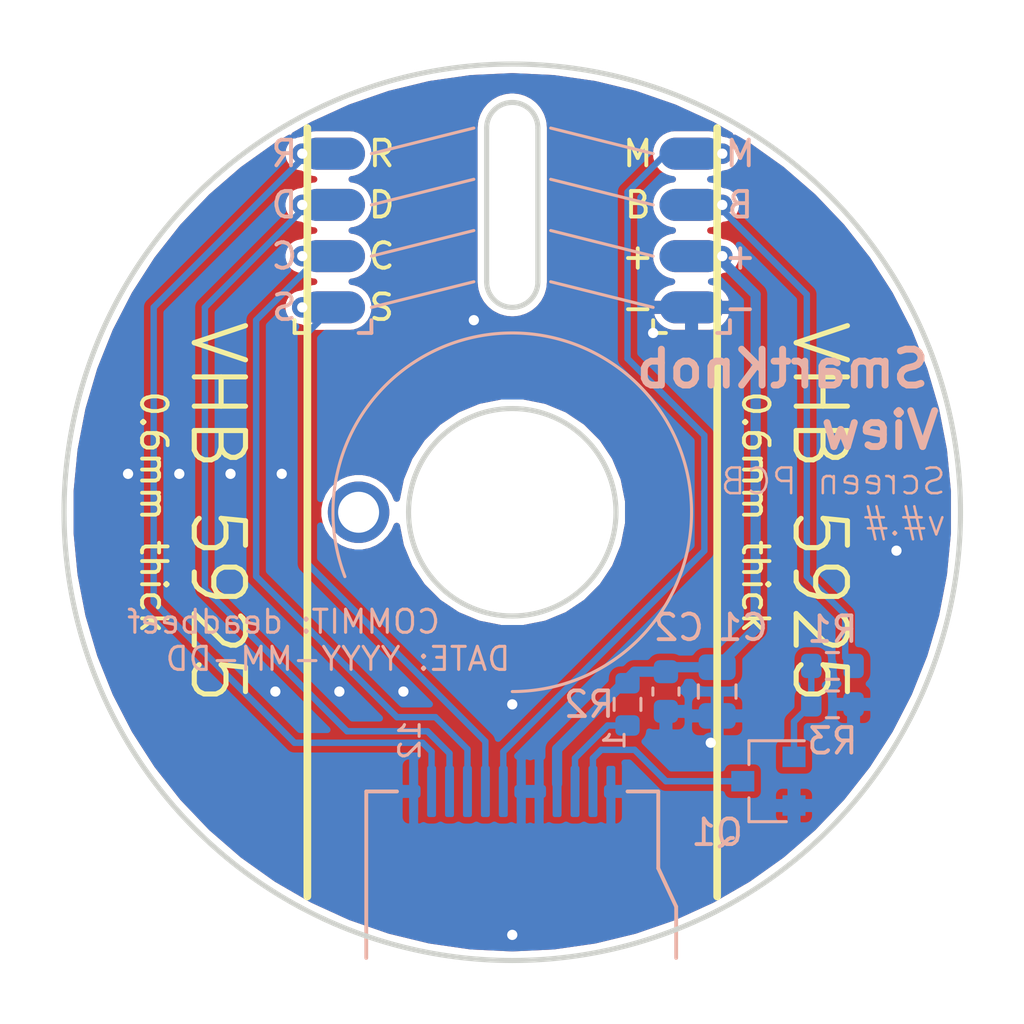
<source format=kicad_pcb>
(kicad_pcb (version 20171130) (host pcbnew "(5.1.9)-1")

  (general
    (thickness 1.2)
    (drawings 41)
    (tracks 78)
    (zones 0)
    (modules 12)
    (nets 12)
  )

  (page A4)
  (layers
    (0 F.Cu signal)
    (31 B.Cu signal)
    (32 B.Adhes user)
    (33 F.Adhes user)
    (34 B.Paste user)
    (35 F.Paste user)
    (36 B.SilkS user)
    (37 F.SilkS user)
    (38 B.Mask user)
    (39 F.Mask user)
    (40 Dwgs.User user)
    (41 Cmts.User user)
    (42 Eco1.User user)
    (43 Eco2.User user)
    (44 Edge.Cuts user)
    (45 Margin user)
    (46 B.CrtYd user)
    (47 F.CrtYd user)
    (48 B.Fab user)
    (49 F.Fab user)
  )

  (setup
    (last_trace_width 0.25)
    (user_trace_width 0.4)
    (trace_clearance 0.2)
    (zone_clearance 0.254)
    (zone_45_only no)
    (trace_min 0.2)
    (via_size 0.8)
    (via_drill 0.4)
    (via_min_size 0.4)
    (via_min_drill 0.3)
    (uvia_size 0.3)
    (uvia_drill 0.1)
    (uvias_allowed no)
    (uvia_min_size 0.2)
    (uvia_min_drill 0.1)
    (edge_width 0.05)
    (segment_width 0.2)
    (pcb_text_width 0.3)
    (pcb_text_size 1.5 1.5)
    (mod_edge_width 0.12)
    (mod_text_size 1 1)
    (mod_text_width 0.15)
    (pad_size 1.524 1.524)
    (pad_drill 0.762)
    (pad_to_mask_clearance 0)
    (aux_axis_origin 0 0)
    (visible_elements 7FFFFFFF)
    (pcbplotparams
      (layerselection 0x010fc_ffffffff)
      (usegerberextensions false)
      (usegerberattributes true)
      (usegerberadvancedattributes true)
      (creategerberjobfile true)
      (excludeedgelayer true)
      (linewidth 0.100000)
      (plotframeref false)
      (viasonmask false)
      (mode 1)
      (useauxorigin false)
      (hpglpennumber 1)
      (hpglpenspeed 20)
      (hpglpendiameter 15.000000)
      (psnegative false)
      (psa4output false)
      (plotreference true)
      (plotvalue true)
      (plotinvisibletext false)
      (padsonsilk false)
      (subtractmaskfromsilk false)
      (outputformat 4)
      (mirror false)
      (drillshape 0)
      (scaleselection 1)
      (outputdirectory "../build/"))
  )

  (net 0 "")
  (net 1 GND)
  (net 2 /VDD)
  (net 3 /DC)
  (net 4 /BACKLIGHT_EN)
  (net 5 /nRESET)
  (net 6 /MOSI)
  (net 7 /SCK)
  (net 8 /nCS)
  (net 9 /LEDA)
  (net 10 /LEDK)
  (net 11 "Net-(Q1-Pad1)")

  (net_class Default "This is the default net class."
    (clearance 0.2)
    (trace_width 0.25)
    (via_dia 0.8)
    (via_drill 0.4)
    (uvia_dia 0.3)
    (uvia_drill 0.1)
    (add_net /BACKLIGHT_EN)
    (add_net /DC)
    (add_net /LEDA)
    (add_net /LEDK)
    (add_net /MOSI)
    (add_net /SCK)
    (add_net /VDD)
    (add_net /nCS)
    (add_net /nRESET)
    (add_net GND)
    (add_net "Net-(Q1-Pad1)")
  )

  (module LCD_GC9A01:GC9A01Round1.28 (layer B.Cu) (tedit 622FE623) (tstamp 6207D05B)
    (at 100 110.9 90)
    (path /620756C7)
    (attr smd)
    (fp_text reference J2 (at 4 -1 90) (layer B.SilkS) hide
      (effects (font (size 1 1) (thickness 0.15)) (justify mirror))
    )
    (fp_text value GC9A01 (at 0 0.5 90) (layer B.Fab)
      (effects (font (size 1 1) (thickness 0.15)) (justify mirror))
    )
    (fp_line (start 0 5.7) (end -3 5.7) (layer B.SilkS) (width 0.15))
    (fp_line (start 0 -5.7) (end -6.5 -5.7) (layer B.SilkS) (width 0.15))
    (fp_line (start -6.5 6.4) (end -4.5 6.4) (layer B.SilkS) (width 0.15))
    (fp_line (start -4.5 6.4) (end -3 5.7) (layer B.SilkS) (width 0.15))
    (fp_line (start 0 5.7) (end 0 4.5) (layer B.SilkS) (width 0.15))
    (fp_line (start 0 -5.7) (end 0 -4.5) (layer B.SilkS) (width 0.15))
    (fp_text user 12 (at 2 -4 90) (layer B.SilkS)
      (effects (font (size 0.8 0.8) (thickness 0.12)) (justify mirror))
    )
    (fp_text user 1 (at 2 4 90) (layer B.SilkS)
      (effects (font (size 0.8 0.8) (thickness 0.12)) (justify mirror))
    )
    (pad 12 smd roundrect (at 0 -3.85 90) (size 2 0.35) (layers B.Cu B.Paste B.Mask) (roundrect_rratio 0.25)
      (net 1 GND))
    (pad 11 smd roundrect (at 0 -3.15 90) (size 2 0.35) (layers B.Cu B.Paste B.Mask) (roundrect_rratio 0.25)
      (net 5 /nRESET))
    (pad 10 smd roundrect (at 0 -2.45 90) (size 2 0.35) (layers B.Cu B.Paste B.Mask) (roundrect_rratio 0.25)
      (net 6 /MOSI))
    (pad 9 smd roundrect (at 0 -1.75 90) (size 2 0.35) (layers B.Cu B.Paste B.Mask) (roundrect_rratio 0.25)
      (net 7 /SCK))
    (pad 8 smd roundrect (at 0 -1.05 90) (size 2 0.35) (layers B.Cu B.Paste B.Mask) (roundrect_rratio 0.25)
      (net 8 /nCS))
    (pad 7 smd roundrect (at 0 -0.35 90) (size 2 0.35) (layers B.Cu B.Paste B.Mask) (roundrect_rratio 0.25)
      (net 3 /DC))
    (pad 6 smd roundrect (at 0 0.35 90) (size 2 0.35) (layers B.Cu B.Paste B.Mask) (roundrect_rratio 0.25)
      (net 1 GND))
    (pad 5 smd roundrect (at 0 1.05 90) (size 2 0.35) (layers B.Cu B.Paste B.Mask) (roundrect_rratio 0.25)
      (net 1 GND))
    (pad 4 smd roundrect (at 0 1.75 90) (size 2 0.35) (layers B.Cu B.Paste B.Mask) (roundrect_rratio 0.25)
      (net 2 /VDD))
    (pad 3 smd roundrect (at 0 2.45 90) (size 2 0.35) (layers B.Cu B.Paste B.Mask) (roundrect_rratio 0.25)
      (net 9 /LEDA))
    (pad 2 smd roundrect (at 0 3.15 90) (size 2 0.35) (layers B.Cu B.Paste B.Mask) (roundrect_rratio 0.25)
      (net 10 /LEDK))
    (pad 1 smd roundrect (at 0 3.85 90) (size 2 0.35) (layers B.Cu B.Paste B.Mask) (roundrect_rratio 0.25)
      (net 1 GND))
    (model ${KIPRJMOD}/../lib/LCD_GC9A01.3dshapes/TFT-Round-1.28.step.disabled
      (offset (xyz 10.9 0 -1.8))
      (scale (xyz 1 1 1))
      (rotate (xyz 0 180 90))
    )
  )

  (module SolderPads:SolderPads_2mm_4 (layer F.Cu) (tedit 622E46A5) (tstamp 622F2B9C)
    (at 93 92 90)
    (path /62654604)
    (attr virtual)
    (fp_text reference J5 (at 0 0.5 90) (layer F.SilkS) hide
      (effects (font (size 1 1) (thickness 0.15)))
    )
    (fp_text value Conn_01x04 (at 0 -0.5 90) (layer F.Fab)
      (effects (font (size 1 1) (thickness 0.15)))
    )
    (fp_line (start -0.5 -1.5) (end -1 -1.5) (layer F.SilkS) (width 0.15))
    (fp_line (start -1 -1.5) (end -1 -1) (layer F.SilkS) (width 0.15))
    (pad 4 smd oval (at 6 0 90) (size 1.25 2.5) (layers F.Cu F.Mask)
      (net 5 /nRESET))
    (pad 3 smd oval (at 4 0 90) (size 1.25 2.5) (layers F.Cu F.Mask)
      (net 6 /MOSI))
    (pad 2 smd oval (at 2 0 90) (size 1.25 2.5) (layers F.Cu F.Mask)
      (net 7 /SCK))
    (pad 1 smd oval (at 0 0 90) (size 1.25 2.5) (layers F.Cu F.Mask)
      (net 8 /nCS))
  )

  (module SolderPads:SolderPads_2mm_4 (layer F.Cu) (tedit 622E46A5) (tstamp 622F2C5C)
    (at 107 92 90)
    (path /626526C1)
    (attr virtual)
    (fp_text reference J4 (at 0 0.5 90) (layer F.SilkS) hide
      (effects (font (size 1 1) (thickness 0.15)))
    )
    (fp_text value Conn_01x04 (at 0 -0.5 90) (layer F.Fab)
      (effects (font (size 1 1) (thickness 0.15)))
    )
    (fp_line (start -0.5 -1.5) (end -1 -1.5) (layer F.SilkS) (width 0.15))
    (fp_line (start -1 -1.5) (end -1 -1) (layer F.SilkS) (width 0.15))
    (pad 4 smd oval (at 6 0 90) (size 1.25 2.5) (layers F.Cu F.Mask)
      (net 3 /DC))
    (pad 3 smd oval (at 4 0 90) (size 1.25 2.5) (layers F.Cu F.Mask)
      (net 4 /BACKLIGHT_EN))
    (pad 2 smd oval (at 2 0 90) (size 1.25 2.5) (layers F.Cu F.Mask)
      (net 2 /VDD))
    (pad 1 smd oval (at 0 0 90) (size 1.25 2.5) (layers F.Cu F.Mask)
      (net 1 GND))
  )

  (module SolderPads:SolderPads_2mm_4 (layer B.Cu) (tedit 622E46A5) (tstamp 6207D74B)
    (at 93 92 90)
    (path /62076D99)
    (attr virtual)
    (fp_text reference J3 (at 0 -0.5 270) (layer B.SilkS) hide
      (effects (font (size 1 1) (thickness 0.15)) (justify mirror))
    )
    (fp_text value Conn_01x04 (at 0 0.5 270) (layer B.Fab)
      (effects (font (size 1 1) (thickness 0.15)) (justify mirror))
    )
    (fp_line (start -1 1.5) (end -1 1) (layer B.SilkS) (width 0.15))
    (fp_line (start -0.5 1.5) (end -1 1.5) (layer B.SilkS) (width 0.15))
    (pad 4 smd oval (at 6 0 90) (size 1.25 2.5) (layers B.Cu B.Mask)
      (net 5 /nRESET))
    (pad 3 smd oval (at 4 0 90) (size 1.25 2.5) (layers B.Cu B.Mask)
      (net 6 /MOSI))
    (pad 2 smd oval (at 2 0 90) (size 1.25 2.5) (layers B.Cu B.Mask)
      (net 7 /SCK))
    (pad 1 smd oval (at 0 0 90) (size 1.25 2.5) (layers B.Cu B.Mask)
      (net 8 /nCS))
  )

  (module SolderPads:SolderPads_2mm_4 (layer B.Cu) (tedit 622E46A5) (tstamp 620C013A)
    (at 107 92 90)
    (path /6207690B)
    (attr virtual)
    (fp_text reference J1 (at 0 -0.5 270) (layer B.SilkS) hide
      (effects (font (size 1 1) (thickness 0.15)) (justify mirror))
    )
    (fp_text value Conn_01x04 (at 0 0.5 270) (layer B.Fab)
      (effects (font (size 1 1) (thickness 0.15)) (justify mirror))
    )
    (fp_line (start -1 1.5) (end -1 1) (layer B.SilkS) (width 0.15))
    (fp_line (start -0.5 1.5) (end -1 1.5) (layer B.SilkS) (width 0.15))
    (pad 4 smd oval (at 6 0 90) (size 1.25 2.5) (layers B.Cu B.Mask)
      (net 3 /DC))
    (pad 3 smd oval (at 4 0 90) (size 1.25 2.5) (layers B.Cu B.Mask)
      (net 4 /BACKLIGHT_EN))
    (pad 2 smd oval (at 2 0 90) (size 1.25 2.5) (layers B.Cu B.Mask)
      (net 2 /VDD))
    (pad 1 smd oval (at 0 0 90) (size 1.25 2.5) (layers B.Cu B.Mask)
      (net 1 GND))
  )

  (module Resistor_SMD:R_0603_1608Metric (layer B.Cu) (tedit 5F68FEEE) (tstamp 6207D0AD)
    (at 112.5 107.5)
    (descr "Resistor SMD 0603 (1608 Metric), square (rectangular) end terminal, IPC_7351 nominal, (Body size source: IPC-SM-782 page 72, https://www.pcb-3d.com/wordpress/wp-content/uploads/ipc-sm-782a_amendment_1_and_2.pdf), generated with kicad-footprint-generator")
    (tags resistor)
    (path /620807F6)
    (attr smd)
    (fp_text reference R3 (at 0 1.43) (layer B.SilkS)
      (effects (font (size 1 1) (thickness 0.15)) (justify mirror))
    )
    (fp_text value 1M (at 0 -1.43) (layer B.Fab)
      (effects (font (size 1 1) (thickness 0.15)) (justify mirror))
    )
    (fp_line (start -0.8 -0.4125) (end -0.8 0.4125) (layer B.Fab) (width 0.1))
    (fp_line (start -0.8 0.4125) (end 0.8 0.4125) (layer B.Fab) (width 0.1))
    (fp_line (start 0.8 0.4125) (end 0.8 -0.4125) (layer B.Fab) (width 0.1))
    (fp_line (start 0.8 -0.4125) (end -0.8 -0.4125) (layer B.Fab) (width 0.1))
    (fp_line (start -0.237258 0.5225) (end 0.237258 0.5225) (layer B.SilkS) (width 0.12))
    (fp_line (start -0.237258 -0.5225) (end 0.237258 -0.5225) (layer B.SilkS) (width 0.12))
    (fp_line (start -1.48 -0.73) (end -1.48 0.73) (layer B.CrtYd) (width 0.05))
    (fp_line (start -1.48 0.73) (end 1.48 0.73) (layer B.CrtYd) (width 0.05))
    (fp_line (start 1.48 0.73) (end 1.48 -0.73) (layer B.CrtYd) (width 0.05))
    (fp_line (start 1.48 -0.73) (end -1.48 -0.73) (layer B.CrtYd) (width 0.05))
    (fp_text user %R (at 0 0) (layer B.Fab)
      (effects (font (size 0.4 0.4) (thickness 0.06)) (justify mirror))
    )
    (pad 2 smd roundrect (at 0.825 0) (size 0.8 0.95) (layers B.Cu B.Paste B.Mask) (roundrect_rratio 0.25)
      (net 1 GND))
    (pad 1 smd roundrect (at -0.825 0) (size 0.8 0.95) (layers B.Cu B.Paste B.Mask) (roundrect_rratio 0.25)
      (net 11 "Net-(Q1-Pad1)"))
    (model ${KISYS3DMOD}/Resistor_SMD.3dshapes/R_0603_1608Metric.wrl
      (at (xyz 0 0 0))
      (scale (xyz 1 1 1))
      (rotate (xyz 0 0 0))
    )
  )

  (module Resistor_SMD:R_0603_1608Metric (layer B.Cu) (tedit 5F68FEEE) (tstamp 6207D09C)
    (at 104.5 107.5 270)
    (descr "Resistor SMD 0603 (1608 Metric), square (rectangular) end terminal, IPC_7351 nominal, (Body size source: IPC-SM-782 page 72, https://www.pcb-3d.com/wordpress/wp-content/uploads/ipc-sm-782a_amendment_1_and_2.pdf), generated with kicad-footprint-generator")
    (tags resistor)
    (path /6209F498)
    (attr smd)
    (fp_text reference R2 (at 0 1.5) (layer B.SilkS)
      (effects (font (size 1 1) (thickness 0.15)) (justify mirror))
    )
    (fp_text value 22R (at 0 -1.43 270) (layer B.Fab)
      (effects (font (size 1 1) (thickness 0.15)) (justify mirror))
    )
    (fp_line (start -0.8 -0.4125) (end -0.8 0.4125) (layer B.Fab) (width 0.1))
    (fp_line (start -0.8 0.4125) (end 0.8 0.4125) (layer B.Fab) (width 0.1))
    (fp_line (start 0.8 0.4125) (end 0.8 -0.4125) (layer B.Fab) (width 0.1))
    (fp_line (start 0.8 -0.4125) (end -0.8 -0.4125) (layer B.Fab) (width 0.1))
    (fp_line (start -0.237258 0.5225) (end 0.237258 0.5225) (layer B.SilkS) (width 0.12))
    (fp_line (start -0.237258 -0.5225) (end 0.237258 -0.5225) (layer B.SilkS) (width 0.12))
    (fp_line (start -1.48 -0.73) (end -1.48 0.73) (layer B.CrtYd) (width 0.05))
    (fp_line (start -1.48 0.73) (end 1.48 0.73) (layer B.CrtYd) (width 0.05))
    (fp_line (start 1.48 0.73) (end 1.48 -0.73) (layer B.CrtYd) (width 0.05))
    (fp_line (start 1.48 -0.73) (end -1.48 -0.73) (layer B.CrtYd) (width 0.05))
    (fp_text user %R (at 0 0 270) (layer B.Fab)
      (effects (font (size 0.4 0.4) (thickness 0.06)) (justify mirror))
    )
    (pad 2 smd roundrect (at 0.825 0 270) (size 0.8 0.95) (layers B.Cu B.Paste B.Mask) (roundrect_rratio 0.25)
      (net 9 /LEDA))
    (pad 1 smd roundrect (at -0.825 0 270) (size 0.8 0.95) (layers B.Cu B.Paste B.Mask) (roundrect_rratio 0.25)
      (net 2 /VDD))
    (model ${KISYS3DMOD}/Resistor_SMD.3dshapes/R_0603_1608Metric.wrl
      (at (xyz 0 0 0))
      (scale (xyz 1 1 1))
      (rotate (xyz 0 0 0))
    )
  )

  (module Resistor_SMD:R_0603_1608Metric (layer B.Cu) (tedit 5F68FEEE) (tstamp 6207D08B)
    (at 112.5 106 180)
    (descr "Resistor SMD 0603 (1608 Metric), square (rectangular) end terminal, IPC_7351 nominal, (Body size source: IPC-SM-782 page 72, https://www.pcb-3d.com/wordpress/wp-content/uploads/ipc-sm-782a_amendment_1_and_2.pdf), generated with kicad-footprint-generator")
    (tags resistor)
    (path /6208164C)
    (attr smd)
    (fp_text reference R1 (at 0 1.43) (layer B.SilkS)
      (effects (font (size 1 1) (thickness 0.15)) (justify mirror))
    )
    (fp_text value 10k (at 0 -1.43) (layer B.Fab)
      (effects (font (size 1 1) (thickness 0.15)) (justify mirror))
    )
    (fp_line (start -0.8 -0.4125) (end -0.8 0.4125) (layer B.Fab) (width 0.1))
    (fp_line (start -0.8 0.4125) (end 0.8 0.4125) (layer B.Fab) (width 0.1))
    (fp_line (start 0.8 0.4125) (end 0.8 -0.4125) (layer B.Fab) (width 0.1))
    (fp_line (start 0.8 -0.4125) (end -0.8 -0.4125) (layer B.Fab) (width 0.1))
    (fp_line (start -0.237258 0.5225) (end 0.237258 0.5225) (layer B.SilkS) (width 0.12))
    (fp_line (start -0.237258 -0.5225) (end 0.237258 -0.5225) (layer B.SilkS) (width 0.12))
    (fp_line (start -1.48 -0.73) (end -1.48 0.73) (layer B.CrtYd) (width 0.05))
    (fp_line (start -1.48 0.73) (end 1.48 0.73) (layer B.CrtYd) (width 0.05))
    (fp_line (start 1.48 0.73) (end 1.48 -0.73) (layer B.CrtYd) (width 0.05))
    (fp_line (start 1.48 -0.73) (end -1.48 -0.73) (layer B.CrtYd) (width 0.05))
    (fp_text user %R (at 0 0) (layer B.Fab)
      (effects (font (size 0.4 0.4) (thickness 0.06)) (justify mirror))
    )
    (pad 2 smd roundrect (at 0.825 0 180) (size 0.8 0.95) (layers B.Cu B.Paste B.Mask) (roundrect_rratio 0.25)
      (net 11 "Net-(Q1-Pad1)"))
    (pad 1 smd roundrect (at -0.825 0 180) (size 0.8 0.95) (layers B.Cu B.Paste B.Mask) (roundrect_rratio 0.25)
      (net 4 /BACKLIGHT_EN))
    (model ${KISYS3DMOD}/Resistor_SMD.3dshapes/R_0603_1608Metric.wrl
      (at (xyz 0 0 0))
      (scale (xyz 1 1 1))
      (rotate (xyz 0 0 0))
    )
  )

  (module Package_TO_SOT_SMD:SOT-23 (layer B.Cu) (tedit 5A02FF57) (tstamp 6207D07A)
    (at 110 110.5 180)
    (descr "SOT-23, Standard")
    (tags SOT-23)
    (path /6207DB9F)
    (attr smd)
    (fp_text reference Q1 (at 2 -2 180) (layer B.SilkS)
      (effects (font (size 1 1) (thickness 0.15)) (justify mirror))
    )
    (fp_text value 2N7002 (at 0 -2.5 180) (layer B.Fab)
      (effects (font (size 1 1) (thickness 0.15)) (justify mirror))
    )
    (fp_line (start -0.7 0.95) (end -0.7 -1.5) (layer B.Fab) (width 0.1))
    (fp_line (start -0.15 1.52) (end 0.7 1.52) (layer B.Fab) (width 0.1))
    (fp_line (start -0.7 0.95) (end -0.15 1.52) (layer B.Fab) (width 0.1))
    (fp_line (start 0.7 1.52) (end 0.7 -1.52) (layer B.Fab) (width 0.1))
    (fp_line (start -0.7 -1.52) (end 0.7 -1.52) (layer B.Fab) (width 0.1))
    (fp_line (start 0.76 -1.58) (end 0.76 -0.65) (layer B.SilkS) (width 0.12))
    (fp_line (start 0.76 1.58) (end 0.76 0.65) (layer B.SilkS) (width 0.12))
    (fp_line (start -1.7 1.75) (end 1.7 1.75) (layer B.CrtYd) (width 0.05))
    (fp_line (start 1.7 1.75) (end 1.7 -1.75) (layer B.CrtYd) (width 0.05))
    (fp_line (start 1.7 -1.75) (end -1.7 -1.75) (layer B.CrtYd) (width 0.05))
    (fp_line (start -1.7 -1.75) (end -1.7 1.75) (layer B.CrtYd) (width 0.05))
    (fp_line (start 0.76 1.58) (end -1.4 1.58) (layer B.SilkS) (width 0.12))
    (fp_line (start 0.76 -1.58) (end -0.7 -1.58) (layer B.SilkS) (width 0.12))
    (fp_text user %R (at 0 0 90) (layer B.Fab)
      (effects (font (size 0.5 0.5) (thickness 0.075)) (justify mirror))
    )
    (pad 3 smd rect (at 1 0 180) (size 0.9 0.8) (layers B.Cu B.Paste B.Mask)
      (net 10 /LEDK))
    (pad 2 smd rect (at -1 -0.95 180) (size 0.9 0.8) (layers B.Cu B.Paste B.Mask)
      (net 1 GND))
    (pad 1 smd rect (at -1 0.95 180) (size 0.9 0.8) (layers B.Cu B.Paste B.Mask)
      (net 11 "Net-(Q1-Pad1)"))
    (model ${KISYS3DMOD}/Package_TO_SOT_SMD.3dshapes/SOT-23.wrl
      (at (xyz 0 0 0))
      (scale (xyz 1 1 1))
      (rotate (xyz 0 0 0))
    )
  )

  (module Holes:AlignmentHole_1.6 locked (layer F.Cu) (tedit 620752D6) (tstamp 6207D039)
    (at 94 100)
    (descr "Mounting Hole 2.2mm, no annular, M2, ISO7380")
    (tags "mounting hole 2.2mm no annular m2 iso7380")
    (path /62075165)
    (attr virtual)
    (fp_text reference H1 (at 0 -2.75) (layer F.SilkS) hide
      (effects (font (size 1 1) (thickness 0.15)))
    )
    (fp_text value AlignmentHole (at 0 2.75) (layer F.Fab) hide
      (effects (font (size 1 1) (thickness 0.15)))
    )
    (fp_text user %R (at 0.3 0) (layer F.Fab)
      (effects (font (size 1 1) (thickness 0.15)))
    )
    (pad 1 thru_hole circle (at 0 0) (size 2.4 2.4) (drill 1.6) (layers *.Cu *.Mask))
  )

  (module Capacitor_SMD:C_0603_1608Metric (layer B.Cu) (tedit 5F68FEEE) (tstamp 6207D496)
    (at 106 107 270)
    (descr "Capacitor SMD 0603 (1608 Metric), square (rectangular) end terminal, IPC_7351 nominal, (Body size source: IPC-SM-782 page 76, https://www.pcb-3d.com/wordpress/wp-content/uploads/ipc-sm-782a_amendment_1_and_2.pdf), generated with kicad-footprint-generator")
    (tags capacitor)
    (path /620AE2F6)
    (attr smd)
    (fp_text reference C2 (at -2.5 -0.5) (layer B.SilkS)
      (effects (font (size 1 1) (thickness 0.15)) (justify mirror))
    )
    (fp_text value 0.1uF (at 0 -1.43 270) (layer B.Fab)
      (effects (font (size 1 1) (thickness 0.15)) (justify mirror))
    )
    (fp_line (start -0.8 -0.4) (end -0.8 0.4) (layer B.Fab) (width 0.1))
    (fp_line (start -0.8 0.4) (end 0.8 0.4) (layer B.Fab) (width 0.1))
    (fp_line (start 0.8 0.4) (end 0.8 -0.4) (layer B.Fab) (width 0.1))
    (fp_line (start 0.8 -0.4) (end -0.8 -0.4) (layer B.Fab) (width 0.1))
    (fp_line (start -0.14058 0.51) (end 0.14058 0.51) (layer B.SilkS) (width 0.12))
    (fp_line (start -0.14058 -0.51) (end 0.14058 -0.51) (layer B.SilkS) (width 0.12))
    (fp_line (start -1.48 -0.73) (end -1.48 0.73) (layer B.CrtYd) (width 0.05))
    (fp_line (start -1.48 0.73) (end 1.48 0.73) (layer B.CrtYd) (width 0.05))
    (fp_line (start 1.48 0.73) (end 1.48 -0.73) (layer B.CrtYd) (width 0.05))
    (fp_line (start 1.48 -0.73) (end -1.48 -0.73) (layer B.CrtYd) (width 0.05))
    (fp_text user %R (at 0 0 270) (layer B.Fab)
      (effects (font (size 0.4 0.4) (thickness 0.06)) (justify mirror))
    )
    (pad 2 smd roundrect (at 0.775 0 270) (size 0.9 0.95) (layers B.Cu B.Paste B.Mask) (roundrect_rratio 0.25)
      (net 1 GND))
    (pad 1 smd roundrect (at -0.775 0 270) (size 0.9 0.95) (layers B.Cu B.Paste B.Mask) (roundrect_rratio 0.25)
      (net 2 /VDD))
    (model ${KISYS3DMOD}/Capacitor_SMD.3dshapes/C_0603_1608Metric.wrl
      (at (xyz 0 0 0))
      (scale (xyz 1 1 1))
      (rotate (xyz 0 0 0))
    )
  )

  (module Capacitor_SMD:C_0805_2012Metric (layer B.Cu) (tedit 5F68FEEE) (tstamp 6207D4C6)
    (at 108 107 270)
    (descr "Capacitor SMD 0805 (2012 Metric), square (rectangular) end terminal, IPC_7351 nominal, (Body size source: IPC-SM-782 page 76, https://www.pcb-3d.com/wordpress/wp-content/uploads/ipc-sm-782a_amendment_1_and_2.pdf, https://docs.google.com/spreadsheets/d/1BsfQQcO9C6DZCsRaXUlFlo91Tg2WpOkGARC1WS5S8t0/edit?usp=sharing), generated with kicad-footprint-generator")
    (tags capacitor)
    (path /6208DA53)
    (attr smd)
    (fp_text reference C1 (at -2.5 -1) (layer B.SilkS)
      (effects (font (size 1 1) (thickness 0.15)) (justify mirror))
    )
    (fp_text value 22uF (at 0 -1.68 270) (layer B.Fab)
      (effects (font (size 1 1) (thickness 0.15)) (justify mirror))
    )
    (fp_line (start -1 -0.625) (end -1 0.625) (layer B.Fab) (width 0.1))
    (fp_line (start -1 0.625) (end 1 0.625) (layer B.Fab) (width 0.1))
    (fp_line (start 1 0.625) (end 1 -0.625) (layer B.Fab) (width 0.1))
    (fp_line (start 1 -0.625) (end -1 -0.625) (layer B.Fab) (width 0.1))
    (fp_line (start -0.261252 0.735) (end 0.261252 0.735) (layer B.SilkS) (width 0.12))
    (fp_line (start -0.261252 -0.735) (end 0.261252 -0.735) (layer B.SilkS) (width 0.12))
    (fp_line (start -1.7 -0.98) (end -1.7 0.98) (layer B.CrtYd) (width 0.05))
    (fp_line (start -1.7 0.98) (end 1.7 0.98) (layer B.CrtYd) (width 0.05))
    (fp_line (start 1.7 0.98) (end 1.7 -0.98) (layer B.CrtYd) (width 0.05))
    (fp_line (start 1.7 -0.98) (end -1.7 -0.98) (layer B.CrtYd) (width 0.05))
    (fp_text user %R (at 0 0 270) (layer B.Fab)
      (effects (font (size 0.5 0.5) (thickness 0.08)) (justify mirror))
    )
    (pad 2 smd roundrect (at 0.95 0 270) (size 1 1.45) (layers B.Cu B.Paste B.Mask) (roundrect_rratio 0.25)
      (net 1 GND))
    (pad 1 smd roundrect (at -0.95 0 270) (size 1 1.45) (layers B.Cu B.Paste B.Mask) (roundrect_rratio 0.25)
      (net 2 /VDD))
    (model ${KISYS3DMOD}/Capacitor_SMD.3dshapes/C_0805_2012Metric.wrl
      (at (xyz 0 0 0))
      (scale (xyz 1 1 1))
      (rotate (xyz 0 0 0))
    )
  )

  (gr_text View (at 116.8 96.8) (layer B.SilkS) (tstamp 622F307C)
    (effects (font (size 1.4 1.4) (thickness 0.27)) (justify left mirror))
  )
  (gr_text B (at 104.9 88) (layer F.SilkS) (tstamp 622F2D00)
    (effects (font (size 1 1) (thickness 0.15)))
  )
  (gr_text M (at 104.9 86) (layer F.SilkS) (tstamp 622F2CFF)
    (effects (font (size 1 1) (thickness 0.15)))
  )
  (gr_text + (at 104.9 90) (layer F.SilkS) (tstamp 622F2CFE)
    (effects (font (size 1 1) (thickness 0.15)))
  )
  (gr_text - (at 104.9 92) (layer F.SilkS) (tstamp 622F2CFD)
    (effects (font (size 1 1) (thickness 0.15)))
  )
  (gr_text R (at 94.9 86) (layer F.SilkS) (tstamp 622F2CE7)
    (effects (font (size 1 1) (thickness 0.15)))
  )
  (gr_text S (at 94.9 92) (layer F.SilkS) (tstamp 622F2CE6)
    (effects (font (size 1 1) (thickness 0.15)))
  )
  (gr_text C (at 94.9 90) (layer F.SilkS) (tstamp 622F2CE5)
    (effects (font (size 1 1) (thickness 0.15)))
  )
  (gr_text D (at 94.9 88) (layer F.SilkS) (tstamp 622F2CE4)
    (effects (font (size 1 1) (thickness 0.15)))
  )
  (gr_line (start 101.5 91) (end 105.5 92) (layer B.SilkS) (width 0.12) (tstamp 620C24DF))
  (gr_line (start 101.5 89) (end 105.5 90) (layer B.SilkS) (width 0.12) (tstamp 620C24DF))
  (gr_line (start 101.5 87) (end 105.5 88) (layer B.SilkS) (width 0.12) (tstamp 620C24DF))
  (gr_line (start 101.5 85) (end 105.5 86) (layer B.SilkS) (width 0.12) (tstamp 620C24DA))
  (gr_line (start 98.5 91) (end 94.5 92) (layer B.SilkS) (width 0.12) (tstamp 620C23A8))
  (gr_line (start 98.5 89) (end 94.5 90) (layer B.SilkS) (width 0.12) (tstamp 620C23A8))
  (gr_line (start 98.5 87) (end 94.5 88) (layer B.SilkS) (width 0.12) (tstamp 620C23A8))
  (gr_line (start 98.5 85) (end 94.5 86) (layer B.SilkS) (width 0.12) (tstamp 620C23A4))
  (gr_text "VHB 5925" (at 88.5 100 -90) (layer F.SilkS) (tstamp 620C0FC5)
    (effects (font (size 2 2) (thickness 0.2)))
  )
  (gr_arc (start 100 100) (end 100 107) (angle -291.0375151) (layer B.SilkS) (width 0.12) (tstamp 620C0C43))
  (gr_line (start 101 91) (end 101 85) (layer Edge.Cuts) (width 0.2) (tstamp 620C0238))
  (gr_line (start 99 85) (end 99 91) (layer Edge.Cuts) (width 0.2) (tstamp 620C0236))
  (gr_arc (start 100 91) (end 99 91) (angle -180) (layer Edge.Cuts) (width 0.2) (tstamp 620C0228))
  (gr_arc (start 100 85) (end 101 85) (angle -180) (layer Edge.Cuts) (width 0.2))
  (gr_text "    COMMIT: deadbeef\nDATE: YYYY-MM-DD\n" (at 100 105) (layer B.SilkS) (tstamp 620BB164)
    (effects (font (size 0.9 0.9) (thickness 0.12)) (justify left mirror))
  )
  (gr_text "Screen PCB\nv#.#" (at 117 99.6) (layer B.SilkS)
    (effects (font (size 1 1) (thickness 0.1)) (justify left mirror))
  )
  (gr_text SmartKnob (at 116.4 94.4) (layer B.SilkS) (tstamp 620C0ACE)
    (effects (font (size 1.4 1.4) (thickness 0.27)) (justify left mirror))
  )
  (gr_text S (at 91.1 92) (layer B.SilkS)
    (effects (font (size 1 1) (thickness 0.15)) (justify mirror))
  )
  (gr_text C (at 91.1 90) (layer B.SilkS)
    (effects (font (size 1 1) (thickness 0.15)) (justify mirror))
  )
  (gr_text - (at 108.9 92) (layer B.SilkS)
    (effects (font (size 1 1) (thickness 0.15)) (justify mirror))
  )
  (gr_text + (at 108.9 90) (layer B.SilkS)
    (effects (font (size 1 1) (thickness 0.15)) (justify mirror))
  )
  (gr_text B (at 108.9 88) (layer B.SilkS)
    (effects (font (size 1 1) (thickness 0.15)) (justify mirror))
  )
  (gr_text D (at 91.1 88) (layer B.SilkS)
    (effects (font (size 1 1) (thickness 0.15)) (justify mirror))
  )
  (gr_text M (at 108.9 86) (layer B.SilkS)
    (effects (font (size 1 1) (thickness 0.15)) (justify mirror))
  )
  (gr_text R (at 91.1 86) (layer B.SilkS)
    (effects (font (size 1 1) (thickness 0.15)) (justify mirror))
  )
  (gr_text "0.6mm thick" (at 86 100 -90) (layer F.SilkS) (tstamp 6208F7F2)
    (effects (font (size 1 1) (thickness 0.15)))
  )
  (gr_text "0.6mm thick" (at 109.5 100 -90) (layer F.SilkS)
    (effects (font (size 1 1) (thickness 0.15)))
  )
  (gr_text "VHB 5925" (at 112 100 -90) (layer F.SilkS)
    (effects (font (size 2 2) (thickness 0.2)))
  )
  (gr_line (start 92 85) (end 92 115) (layer F.SilkS) (width 0.3))
  (gr_line (start 108 85) (end 108 115) (layer F.SilkS) (width 0.3))
  (gr_circle (center 100 100) (end 117.5 100) (layer Edge.Cuts) (width 0.2))
  (gr_circle (center 100 100) (end 104.05 100) (layer Edge.Cuts) (width 0.2))

  (via (at 91 98.5) (size 0.8) (drill 0.4) (layers F.Cu B.Cu) (net 1))
  (via (at 89 98.5) (size 0.8) (drill 0.4) (layers F.Cu B.Cu) (net 1))
  (via (at 87 98.5) (size 0.8) (drill 0.4) (layers F.Cu B.Cu) (net 1))
  (via (at 95.75 107) (size 0.8) (drill 0.4) (layers F.Cu B.Cu) (net 1))
  (via (at 93.25 107) (size 0.8) (drill 0.4) (layers F.Cu B.Cu) (net 1) (tstamp 620905D8))
  (via (at 90.75 107) (size 0.8) (drill 0.4) (layers F.Cu B.Cu) (net 1))
  (via (at 100 116.5) (size 0.8) (drill 0.4) (layers F.Cu B.Cu) (net 1))
  (via (at 115 101.5) (size 0.8) (drill 0.4) (layers F.Cu B.Cu) (net 1))
  (via (at 85 98.5) (size 0.8) (drill 0.4) (layers F.Cu B.Cu) (net 1))
  (via (at 100 107.5) (size 0.8) (drill 0.4) (layers F.Cu B.Cu) (net 1))
  (via (at 107.75 109) (size 0.8) (drill 0.4) (layers F.Cu B.Cu) (net 1))
  (via (at 98.5 92.5) (size 0.8) (drill 0.4) (layers F.Cu B.Cu) (net 1))
  (via (at 105.5 93) (size 0.8) (drill 0.4) (layers F.Cu B.Cu) (net 1))
  (via (at 108.2 90) (size 0.8) (drill 0.4) (layers F.Cu B.Cu) (net 2))
  (segment (start 106.175 106.05) (end 106 106.225) (width 0.25) (layer B.Cu) (net 2))
  (segment (start 108 106.05) (end 106.175 106.05) (width 0.4) (layer B.Cu) (net 2))
  (segment (start 104.775 106.225) (end 101.75 109.25) (width 0.4) (layer B.Cu) (net 2))
  (segment (start 106 106.225) (end 104.775 106.225) (width 0.4) (layer B.Cu) (net 2))
  (segment (start 101.75 109.25) (end 101.75 110.6) (width 0.4) (layer B.Cu) (net 2))
  (segment (start 109.5 104.55) (end 108 106.05) (width 0.4) (layer B.Cu) (net 2))
  (segment (start 109.5 91.5) (end 109.5 104.55) (width 0.4) (layer B.Cu) (net 2))
  (segment (start 108 90) (end 109.5 91.5) (width 0.4) (layer B.Cu) (net 2))
  (segment (start 108 90) (end 107 90) (width 0.4) (layer B.Cu) (net 2))
  (via (at 108.2 86) (size 0.8) (drill 0.4) (layers F.Cu B.Cu) (net 3))
  (segment (start 104.5 87.5) (end 106 86) (width 0.25) (layer B.Cu) (net 3) (status 1000000))
  (segment (start 106 86) (end 107 86) (width 0.25) (layer B.Cu) (net 3) (status 1000000))
  (segment (start 99.65 110.6) (end 99.65 109.35) (width 0.25) (layer B.Cu) (net 3) (status 1000000))
  (segment (start 99.65 109.35) (end 107.5 101.5) (width 0.25) (layer B.Cu) (net 3) (status 1000000))
  (segment (start 104.5 94) (end 104.5 87.5) (width 0.25) (layer B.Cu) (net 3) (status 1000000))
  (segment (start 107.5 101.5) (end 107.5 97) (width 0.25) (layer B.Cu) (net 3) (status 1000000))
  (segment (start 107.5 97) (end 104.5 94) (width 0.25) (layer B.Cu) (net 3) (status 1000000))
  (via (at 108.2 88) (size 0.8) (drill 0.4) (layers F.Cu B.Cu) (net 4))
  (segment (start 113 104) (end 113 105.675) (width 0.25) (layer B.Cu) (net 4))
  (segment (start 111.5 102.5) (end 113 104) (width 0.25) (layer B.Cu) (net 4))
  (segment (start 111.5 91.5) (end 111.5 102.5) (width 0.25) (layer B.Cu) (net 4))
  (segment (start 108 88) (end 111.5 91.5) (width 0.25) (layer B.Cu) (net 4))
  (segment (start 113 105.675) (end 113.325 106) (width 0.25) (layer B.Cu) (net 4))
  (segment (start 107 88) (end 108 88) (width 0.25) (layer B.Cu) (net 4))
  (via (at 91.8 86) (size 0.8) (drill 0.4) (layers F.Cu B.Cu) (net 5))
  (segment (start 86 92) (end 92 86) (width 0.25) (layer B.Cu) (net 5))
  (segment (start 86 103.5) (end 86 92) (width 0.25) (layer B.Cu) (net 5))
  (segment (start 91.5 109) (end 86 103.5) (width 0.25) (layer B.Cu) (net 5))
  (segment (start 96.5 109) (end 91.5 109) (width 0.25) (layer B.Cu) (net 5))
  (segment (start 96.85 109.35) (end 96.5 109) (width 0.25) (layer B.Cu) (net 5))
  (segment (start 92 86) (end 93 86) (width 0.25) (layer B.Cu) (net 5))
  (segment (start 96.85 110.6) (end 96.85 109.35) (width 0.25) (layer B.Cu) (net 5))
  (via (at 91.8 88) (size 0.8) (drill 0.4) (layers F.Cu B.Cu) (net 6))
  (segment (start 96.686401 108.549991) (end 97.55 109.413589) (width 0.25) (layer B.Cu) (net 6))
  (segment (start 93.549991 108.549991) (end 96.686401 108.549991) (width 0.25) (layer B.Cu) (net 6))
  (segment (start 88 103) (end 93.549991 108.549991) (width 0.25) (layer B.Cu) (net 6))
  (segment (start 97.55 109.413589) (end 97.55 110.6) (width 0.25) (layer B.Cu) (net 6))
  (segment (start 88 92) (end 88 103) (width 0.25) (layer B.Cu) (net 6))
  (segment (start 92 88) (end 88 92) (width 0.25) (layer B.Cu) (net 6))
  (segment (start 93 88) (end 92 88) (width 0.25) (layer B.Cu) (net 6))
  (via (at 91.8 90) (size 0.8) (drill 0.4) (layers F.Cu B.Cu) (net 7))
  (segment (start 90 92.5) (end 92.5 90) (width 0.25) (layer B.Cu) (net 7))
  (segment (start 95.5 108) (end 90 102.5) (width 0.25) (layer B.Cu) (net 7))
  (segment (start 90 102.5) (end 90 92.5) (width 0.25) (layer B.Cu) (net 7))
  (segment (start 97 108) (end 95.5 108) (width 0.25) (layer B.Cu) (net 7))
  (segment (start 98.25 109.25) (end 97 108) (width 0.25) (layer B.Cu) (net 7))
  (segment (start 92.5 90) (end 93 90) (width 0.25) (layer B.Cu) (net 7))
  (segment (start 98.25 110.6) (end 98.25 109.25) (width 0.25) (layer B.Cu) (net 7))
  (via (at 91.8 92) (size 0.8) (drill 0.4) (layers F.Cu B.Cu) (net 8))
  (segment (start 92 93) (end 93 92) (width 0.25) (layer B.Cu) (net 8))
  (segment (start 92 102) (end 92 93) (width 0.25) (layer B.Cu) (net 8))
  (segment (start 98.95 108.95) (end 92 102) (width 0.25) (layer B.Cu) (net 8))
  (segment (start 98.95 110.6) (end 98.95 108.95) (width 0.25) (layer B.Cu) (net 8))
  (segment (start 103.725 108.325) (end 104.5 108.325) (width 0.25) (layer B.Cu) (net 9))
  (segment (start 102.45 109.6) (end 103.725 108.325) (width 0.25) (layer B.Cu) (net 9))
  (segment (start 102.45 110.6) (end 102.45 109.6) (width 0.25) (layer B.Cu) (net 9))
  (segment (start 103.47501 109.27499) (end 104.77499 109.27499) (width 0.25) (layer B.Cu) (net 10))
  (segment (start 103.15 109.6) (end 103.47501 109.27499) (width 0.25) (layer B.Cu) (net 10))
  (segment (start 103.15 110.6) (end 103.15 109.6) (width 0.25) (layer B.Cu) (net 10))
  (segment (start 106 110.5) (end 109 110.5) (width 0.25) (layer B.Cu) (net 10))
  (segment (start 104.77499 109.27499) (end 106 110.5) (width 0.25) (layer B.Cu) (net 10))
  (segment (start 111 108.175) (end 111.675 107.5) (width 0.25) (layer B.Cu) (net 11))
  (segment (start 111 109.55) (end 111 108.175) (width 0.25) (layer B.Cu) (net 11))
  (segment (start 111.675 106) (end 111.675 107.5) (width 0.25) (layer B.Cu) (net 11))

  (zone (net 1) (net_name GND) (layer F.Cu) (tstamp 620B8EC8) (hatch edge 0.508)
    (connect_pads (clearance 0.254))
    (min_thickness 0.254)
    (fill yes (arc_segments 32) (thermal_gap 0.254) (thermal_bridge_width 0.508))
    (polygon
      (pts
        (xy 120 120) (xy 80 120) (xy 80 80) (xy 120 80)
      )
    )
    (filled_polygon
      (pts
        (xy 101.617759 83.058063) (xy 103.220867 83.288556) (xy 104.794806 83.670389) (xy 106.325323 84.200106) (xy 107.798557 84.872909)
        (xy 108.506304 85.281527) (xy 108.427809 85.249013) (xy 108.276922 85.219) (xy 108.259115 85.219) (xy 108.186608 85.159495)
        (xy 108.011842 85.066081) (xy 107.82221 85.008557) (xy 107.674414 84.994) (xy 106.325586 84.994) (xy 106.17779 85.008557)
        (xy 105.988158 85.066081) (xy 105.813392 85.159495) (xy 105.660209 85.285209) (xy 105.534495 85.438392) (xy 105.441081 85.613158)
        (xy 105.383557 85.80279) (xy 105.364133 86) (xy 105.383557 86.19721) (xy 105.441081 86.386842) (xy 105.534495 86.561608)
        (xy 105.660209 86.714791) (xy 105.813392 86.840505) (xy 105.988158 86.933919) (xy 106.17779 86.991443) (xy 106.264669 87)
        (xy 106.17779 87.008557) (xy 105.988158 87.066081) (xy 105.813392 87.159495) (xy 105.660209 87.285209) (xy 105.534495 87.438392)
        (xy 105.441081 87.613158) (xy 105.383557 87.80279) (xy 105.364133 88) (xy 105.383557 88.19721) (xy 105.441081 88.386842)
        (xy 105.534495 88.561608) (xy 105.660209 88.714791) (xy 105.813392 88.840505) (xy 105.988158 88.933919) (xy 106.17779 88.991443)
        (xy 106.264669 89) (xy 106.17779 89.008557) (xy 105.988158 89.066081) (xy 105.813392 89.159495) (xy 105.660209 89.285209)
        (xy 105.534495 89.438392) (xy 105.441081 89.613158) (xy 105.383557 89.80279) (xy 105.364133 90) (xy 105.383557 90.19721)
        (xy 105.441081 90.386842) (xy 105.534495 90.561608) (xy 105.660209 90.714791) (xy 105.813392 90.840505) (xy 105.988158 90.933919)
        (xy 106.17779 90.991443) (xy 106.234633 90.997042) (xy 106.054179 91.038106) (xy 105.872687 91.119178) (xy 105.710499 91.234099)
        (xy 105.573847 91.378453) (xy 105.467983 91.546693) (xy 105.409203 91.71845) (xy 105.473148 91.873) (xy 106.873 91.873)
        (xy 106.873 91.853) (xy 107.127 91.853) (xy 107.127 91.873) (xy 108.526852 91.873) (xy 108.590797 91.71845)
        (xy 108.532017 91.546693) (xy 108.426153 91.378453) (xy 108.289501 91.234099) (xy 108.127313 91.119178) (xy 107.945821 91.038106)
        (xy 107.765367 90.997042) (xy 107.82221 90.991443) (xy 108.011842 90.933919) (xy 108.186608 90.840505) (xy 108.259115 90.781)
        (xy 108.276922 90.781) (xy 108.427809 90.750987) (xy 108.569942 90.692113) (xy 108.697859 90.606642) (xy 108.806642 90.497859)
        (xy 108.892113 90.369942) (xy 108.950987 90.227809) (xy 108.981 90.076922) (xy 108.981 89.923078) (xy 108.950987 89.772191)
        (xy 108.892113 89.630058) (xy 108.806642 89.502141) (xy 108.697859 89.393358) (xy 108.569942 89.307887) (xy 108.427809 89.249013)
        (xy 108.276922 89.219) (xy 108.259115 89.219) (xy 108.186608 89.159495) (xy 108.011842 89.066081) (xy 107.82221 89.008557)
        (xy 107.735331 89) (xy 107.82221 88.991443) (xy 108.011842 88.933919) (xy 108.186608 88.840505) (xy 108.259115 88.781)
        (xy 108.276922 88.781) (xy 108.427809 88.750987) (xy 108.569942 88.692113) (xy 108.697859 88.606642) (xy 108.806642 88.497859)
        (xy 108.892113 88.369942) (xy 108.950987 88.227809) (xy 108.981 88.076922) (xy 108.981 87.923078) (xy 108.950987 87.772191)
        (xy 108.892113 87.630058) (xy 108.806642 87.502141) (xy 108.697859 87.393358) (xy 108.569942 87.307887) (xy 108.427809 87.249013)
        (xy 108.276922 87.219) (xy 108.259115 87.219) (xy 108.186608 87.159495) (xy 108.011842 87.066081) (xy 107.82221 87.008557)
        (xy 107.735331 87) (xy 107.82221 86.991443) (xy 108.011842 86.933919) (xy 108.186608 86.840505) (xy 108.259115 86.781)
        (xy 108.276922 86.781) (xy 108.427809 86.750987) (xy 108.569942 86.692113) (xy 108.697859 86.606642) (xy 108.806642 86.497859)
        (xy 108.892113 86.369942) (xy 108.950987 86.227809) (xy 108.981 86.076922) (xy 108.981 85.923078) (xy 108.950987 85.772191)
        (xy 108.892113 85.630058) (xy 108.806642 85.502141) (xy 108.697859 85.393358) (xy 108.684244 85.384261) (xy 109.201166 85.682706)
        (xy 110.520448 86.622162) (xy 111.744455 87.68277) (xy 112.862102 88.854925) (xy 113.863268 90.128011) (xy 114.738886 91.4905)
        (xy 115.481027 92.930052) (xy 116.082969 94.43363) (xy 116.539261 95.987619) (xy 116.845771 97.577944) (xy 116.999723 99.190203)
        (xy 116.999723 100.809797) (xy 116.845771 102.422056) (xy 116.539261 104.012381) (xy 116.082969 105.56637) (xy 115.481027 107.069948)
        (xy 114.738886 108.5095) (xy 113.863268 109.871989) (xy 112.862102 111.145075) (xy 111.744455 112.31723) (xy 110.520448 113.377838)
        (xy 109.201166 114.317294) (xy 107.798557 115.127091) (xy 106.325323 115.799894) (xy 104.794806 116.329611) (xy 103.220867 116.711444)
        (xy 101.617759 116.941937) (xy 100 117.019) (xy 98.382241 116.941937) (xy 96.779133 116.711444) (xy 95.205194 116.329611)
        (xy 93.674677 115.799894) (xy 92.201443 115.127091) (xy 90.798834 114.317294) (xy 89.479552 113.377838) (xy 88.255545 112.31723)
        (xy 87.137898 111.145075) (xy 86.136732 109.871989) (xy 85.261114 108.5095) (xy 84.518973 107.069948) (xy 83.917031 105.56637)
        (xy 83.460739 104.012381) (xy 83.154229 102.422056) (xy 83.000277 100.809797) (xy 83.000277 99.844285) (xy 92.419 99.844285)
        (xy 92.419 100.155715) (xy 92.479757 100.461161) (xy 92.598936 100.748884) (xy 92.771957 101.007829) (xy 92.992171 101.228043)
        (xy 93.251116 101.401064) (xy 93.538839 101.520243) (xy 93.844285 101.581) (xy 94.155715 101.581) (xy 94.461161 101.520243)
        (xy 94.748884 101.401064) (xy 95.007829 101.228043) (xy 95.228043 101.007829) (xy 95.401064 100.748884) (xy 95.488945 100.536722)
        (xy 95.644965 101.321086) (xy 95.986376 102.145327) (xy 96.482029 102.887124) (xy 97.112876 103.517971) (xy 97.854673 104.013624)
        (xy 98.678914 104.355035) (xy 99.553924 104.529086) (xy 100.446076 104.529086) (xy 101.321086 104.355035) (xy 102.145327 104.013624)
        (xy 102.887124 103.517971) (xy 103.517971 102.887124) (xy 104.013624 102.145327) (xy 104.355035 101.321086) (xy 104.529086 100.446076)
        (xy 104.529086 99.553924) (xy 104.355035 98.678914) (xy 104.013624 97.854673) (xy 103.517971 97.112876) (xy 102.887124 96.482029)
        (xy 102.145327 95.986376) (xy 101.321086 95.644965) (xy 100.446076 95.470914) (xy 99.553924 95.470914) (xy 98.678914 95.644965)
        (xy 97.854673 95.986376) (xy 97.112876 96.482029) (xy 96.482029 97.112876) (xy 95.986376 97.854673) (xy 95.644965 98.678914)
        (xy 95.488945 99.463278) (xy 95.401064 99.251116) (xy 95.228043 98.992171) (xy 95.007829 98.771957) (xy 94.748884 98.598936)
        (xy 94.461161 98.479757) (xy 94.155715 98.419) (xy 93.844285 98.419) (xy 93.538839 98.479757) (xy 93.251116 98.598936)
        (xy 92.992171 98.771957) (xy 92.771957 98.992171) (xy 92.598936 99.251116) (xy 92.479757 99.538839) (xy 92.419 99.844285)
        (xy 83.000277 99.844285) (xy 83.000277 99.190203) (xy 83.154229 97.577944) (xy 83.460739 95.987619) (xy 83.917031 94.43363)
        (xy 84.518973 92.930052) (xy 85.261114 91.4905) (xy 86.136732 90.128011) (xy 87.137898 88.854925) (xy 88.255545 87.68277)
        (xy 89.479552 86.622162) (xy 90.798834 85.682706) (xy 91.315756 85.384261) (xy 91.302141 85.393358) (xy 91.193358 85.502141)
        (xy 91.107887 85.630058) (xy 91.049013 85.772191) (xy 91.019 85.923078) (xy 91.019 86.076922) (xy 91.049013 86.227809)
        (xy 91.107887 86.369942) (xy 91.193358 86.497859) (xy 91.302141 86.606642) (xy 91.430058 86.692113) (xy 91.572191 86.750987)
        (xy 91.723078 86.781) (xy 91.740885 86.781) (xy 91.813392 86.840505) (xy 91.988158 86.933919) (xy 92.17779 86.991443)
        (xy 92.264669 87) (xy 92.17779 87.008557) (xy 91.988158 87.066081) (xy 91.813392 87.159495) (xy 91.740885 87.219)
        (xy 91.723078 87.219) (xy 91.572191 87.249013) (xy 91.430058 87.307887) (xy 91.302141 87.393358) (xy 91.193358 87.502141)
        (xy 91.107887 87.630058) (xy 91.049013 87.772191) (xy 91.019 87.923078) (xy 91.019 88.076922) (xy 91.049013 88.227809)
        (xy 91.107887 88.369942) (xy 91.193358 88.497859) (xy 91.302141 88.606642) (xy 91.430058 88.692113) (xy 91.572191 88.750987)
        (xy 91.723078 88.781) (xy 91.740885 88.781) (xy 91.813392 88.840505) (xy 91.988158 88.933919) (xy 92.17779 88.991443)
        (xy 92.264669 89) (xy 92.17779 89.008557) (xy 91.988158 89.066081) (xy 91.813392 89.159495) (xy 91.740885 89.219)
        (xy 91.723078 89.219) (xy 91.572191 89.249013) (xy 91.430058 89.307887) (xy 91.302141 89.393358) (xy 91.193358 89.502141)
        (xy 91.107887 89.630058) (xy 91.049013 89.772191) (xy 91.019 89.923078) (xy 91.019 90.076922) (xy 91.049013 90.227809)
        (xy 91.107887 90.369942) (xy 91.193358 90.497859) (xy 91.302141 90.606642) (xy 91.430058 90.692113) (xy 91.572191 90.750987)
        (xy 91.723078 90.781) (xy 91.740885 90.781) (xy 91.813392 90.840505) (xy 91.988158 90.933919) (xy 92.17779 90.991443)
        (xy 92.264669 91) (xy 92.17779 91.008557) (xy 91.988158 91.066081) (xy 91.813392 91.159495) (xy 91.740885 91.219)
        (xy 91.723078 91.219) (xy 91.572191 91.249013) (xy 91.430058 91.307887) (xy 91.302141 91.393358) (xy 91.193358 91.502141)
        (xy 91.107887 91.630058) (xy 91.049013 91.772191) (xy 91.019 91.923078) (xy 91.019 92.076922) (xy 91.049013 92.227809)
        (xy 91.107887 92.369942) (xy 91.193358 92.497859) (xy 91.302141 92.606642) (xy 91.430058 92.692113) (xy 91.572191 92.750987)
        (xy 91.723078 92.781) (xy 91.740885 92.781) (xy 91.813392 92.840505) (xy 91.988158 92.933919) (xy 92.17779 92.991443)
        (xy 92.325586 93.006) (xy 93.674414 93.006) (xy 93.82221 92.991443) (xy 94.011842 92.933919) (xy 94.186608 92.840505)
        (xy 94.339791 92.714791) (xy 94.465505 92.561608) (xy 94.558919 92.386842) (xy 94.616443 92.19721) (xy 94.635867 92)
        (xy 94.616443 91.80279) (xy 94.558919 91.613158) (xy 94.465505 91.438392) (xy 94.339791 91.285209) (xy 94.186608 91.159495)
        (xy 94.011842 91.066081) (xy 93.82221 91.008557) (xy 93.735331 91) (xy 93.82221 90.991443) (xy 94.011842 90.933919)
        (xy 94.186608 90.840505) (xy 94.339791 90.714791) (xy 94.465505 90.561608) (xy 94.558919 90.386842) (xy 94.616443 90.19721)
        (xy 94.635867 90) (xy 94.616443 89.80279) (xy 94.558919 89.613158) (xy 94.465505 89.438392) (xy 94.339791 89.285209)
        (xy 94.186608 89.159495) (xy 94.011842 89.066081) (xy 93.82221 89.008557) (xy 93.735331 89) (xy 93.82221 88.991443)
        (xy 94.011842 88.933919) (xy 94.186608 88.840505) (xy 94.339791 88.714791) (xy 94.465505 88.561608) (xy 94.558919 88.386842)
        (xy 94.616443 88.19721) (xy 94.635867 88) (xy 94.616443 87.80279) (xy 94.558919 87.613158) (xy 94.465505 87.438392)
        (xy 94.339791 87.285209) (xy 94.186608 87.159495) (xy 94.011842 87.066081) (xy 93.82221 87.008557) (xy 93.735331 87)
        (xy 93.82221 86.991443) (xy 94.011842 86.933919) (xy 94.186608 86.840505) (xy 94.339791 86.714791) (xy 94.465505 86.561608)
        (xy 94.558919 86.386842) (xy 94.616443 86.19721) (xy 94.635867 86) (xy 94.616443 85.80279) (xy 94.558919 85.613158)
        (xy 94.465505 85.438392) (xy 94.339791 85.285209) (xy 94.186608 85.159495) (xy 94.011842 85.066081) (xy 93.82221 85.008557)
        (xy 93.674414 84.994) (xy 92.325586 84.994) (xy 92.17779 85.008557) (xy 91.988158 85.066081) (xy 91.813392 85.159495)
        (xy 91.740885 85.219) (xy 91.723078 85.219) (xy 91.572191 85.249013) (xy 91.493696 85.281527) (xy 92.022234 84.976375)
        (xy 98.519 84.976375) (xy 98.519001 91.023626) (xy 98.521393 91.047912) (xy 98.521393 91.060899) (xy 98.522095 91.067579)
        (xy 98.54385 91.261528) (xy 98.552909 91.304146) (xy 98.561382 91.346938) (xy 98.563368 91.353354) (xy 98.622381 91.539384)
        (xy 98.63954 91.579418) (xy 98.656167 91.619758) (xy 98.659362 91.625666) (xy 98.753384 91.796691) (xy 98.777997 91.832636)
        (xy 98.802138 91.868972) (xy 98.806419 91.874147) (xy 98.931869 92.023653) (xy 98.963018 92.054157) (xy 98.993737 92.08509)
        (xy 98.998941 92.089335) (xy 99.151041 92.211626) (xy 99.187487 92.235475) (xy 99.22366 92.259874) (xy 99.22959 92.263027)
        (xy 99.402546 92.353447) (xy 99.442954 92.369773) (xy 99.483159 92.386673) (xy 99.489588 92.388614) (xy 99.676814 92.443717)
        (xy 99.719606 92.45188) (xy 99.762339 92.460652) (xy 99.769023 92.461307) (xy 99.963385 92.478996) (xy 100.006981 92.478692)
        (xy 100.050576 92.478996) (xy 100.057261 92.478341) (xy 100.251357 92.45794) (xy 100.294038 92.449179) (xy 100.336884 92.441005)
        (xy 100.343313 92.439064) (xy 100.529751 92.381352) (xy 100.569937 92.36446) (xy 100.61036 92.348127) (xy 100.616286 92.344976)
        (xy 100.616291 92.344974) (xy 100.616295 92.344971) (xy 100.733591 92.28155) (xy 105.409203 92.28155) (xy 105.467983 92.453307)
        (xy 105.573847 92.621547) (xy 105.710499 92.765901) (xy 105.872687 92.880822) (xy 106.054179 92.961894) (xy 106.248 93.006)
        (xy 106.873 93.006) (xy 106.873 92.127) (xy 107.127 92.127) (xy 107.127 93.006) (xy 107.752 93.006)
        (xy 107.945821 92.961894) (xy 108.127313 92.880822) (xy 108.289501 92.765901) (xy 108.426153 92.621547) (xy 108.532017 92.453307)
        (xy 108.590797 92.28155) (xy 108.526852 92.127) (xy 107.127 92.127) (xy 106.873 92.127) (xy 105.473148 92.127)
        (xy 105.409203 92.28155) (xy 100.733591 92.28155) (xy 100.787967 92.25215) (xy 100.824098 92.227779) (xy 100.86059 92.203899)
        (xy 100.865795 92.199654) (xy 101.016172 92.07525) (xy 101.046872 92.044335) (xy 101.078038 92.013815) (xy 101.082319 92.00864)
        (xy 101.205669 91.857398) (xy 101.229785 91.821101) (xy 101.254425 91.785115) (xy 101.257619 91.779207) (xy 101.349244 91.606885)
        (xy 101.36584 91.56662) (xy 101.383031 91.52651) (xy 101.385017 91.520094) (xy 101.441426 91.333258) (xy 101.44989 91.290511)
        (xy 101.458957 91.247851) (xy 101.459659 91.241172) (xy 101.478704 91.046938) (xy 101.481 91.023626) (xy 101.481 84.976374)
        (xy 101.478607 84.952077) (xy 101.478607 84.9391) (xy 101.477905 84.932421) (xy 101.45615 84.738471) (xy 101.44709 84.695847)
        (xy 101.438618 84.653062) (xy 101.436632 84.646646) (xy 101.377619 84.460616) (xy 101.36046 84.420582) (xy 101.343833 84.380242)
        (xy 101.340638 84.374334) (xy 101.246616 84.203309) (xy 101.222004 84.167364) (xy 101.197862 84.131028) (xy 101.193581 84.125853)
        (xy 101.068131 83.976347) (xy 101.037001 83.945862) (xy 101.006263 83.914909) (xy 101.001064 83.91067) (xy 101.00106 83.910666)
        (xy 101.001056 83.910663) (xy 100.848959 83.788374) (xy 100.81248 83.764503) (xy 100.776339 83.740126) (xy 100.77041 83.736973)
        (xy 100.597454 83.646553) (xy 100.557057 83.630232) (xy 100.516841 83.613327) (xy 100.510411 83.611385) (xy 100.323186 83.556283)
        (xy 100.280394 83.54812) (xy 100.237661 83.539348) (xy 100.230977 83.538693) (xy 100.036615 83.521004) (xy 99.993019 83.521308)
        (xy 99.949423 83.521004) (xy 99.942739 83.521659) (xy 99.748642 83.54206) (xy 99.705955 83.550823) (xy 99.663116 83.558995)
        (xy 99.656687 83.560936) (xy 99.470249 83.618648) (xy 99.430048 83.635547) (xy 99.389639 83.651873) (xy 99.383709 83.655026)
        (xy 99.212033 83.747851) (xy 99.175929 83.772204) (xy 99.13941 83.796101) (xy 99.134205 83.800346) (xy 98.983827 83.92475)
        (xy 98.953108 83.955684) (xy 98.921962 83.986185) (xy 98.917681 83.99136) (xy 98.794331 84.142602) (xy 98.77021 84.178907)
        (xy 98.745576 84.214884) (xy 98.742381 84.220792) (xy 98.650756 84.393115) (xy 98.634148 84.433408) (xy 98.616969 84.47349)
        (xy 98.614983 84.479906) (xy 98.558574 84.666742) (xy 98.550108 84.709502) (xy 98.541043 84.752149) (xy 98.540341 84.758829)
        (xy 98.521296 84.953062) (xy 98.519 84.976375) (xy 92.022234 84.976375) (xy 92.201443 84.872909) (xy 93.674677 84.200106)
        (xy 95.205194 83.670389) (xy 96.779133 83.288556) (xy 98.382241 83.058063) (xy 100 82.981)
      )
    )
  )
  (zone (net 1) (net_name GND) (layer B.Cu) (tstamp 620B8ECB) (hatch edge 0.508)
    (connect_pads (clearance 0.254))
    (min_thickness 0.254)
    (fill yes (arc_segments 32) (thermal_gap 0.254) (thermal_bridge_width 0.508))
    (polygon
      (pts
        (xy 120 120) (xy 80 120) (xy 80 80) (xy 120 80)
      )
    )
    (filled_polygon
      (pts
        (xy 109.201166 85.682706) (xy 110.520448 86.622162) (xy 111.744455 87.68277) (xy 112.862102 88.854925) (xy 113.863268 90.128011)
        (xy 114.738886 91.4905) (xy 115.481027 92.930052) (xy 116.082969 94.43363) (xy 116.539261 95.987619) (xy 116.845771 97.577944)
        (xy 116.999723 99.190203) (xy 116.999723 100.809797) (xy 116.845771 102.422056) (xy 116.539261 104.012381) (xy 116.082969 105.56637)
        (xy 115.481027 107.069948) (xy 114.738886 108.5095) (xy 113.863268 109.871989) (xy 112.862102 111.145075) (xy 111.744455 112.31723)
        (xy 110.520448 113.377838) (xy 109.201166 114.317294) (xy 107.798557 115.127091) (xy 106.325323 115.799894) (xy 104.794806 116.329611)
        (xy 103.220867 116.711444) (xy 101.617759 116.941937) (xy 100 117.019) (xy 98.382241 116.941937) (xy 96.779133 116.711444)
        (xy 95.205194 116.329611) (xy 93.674677 115.799894) (xy 92.201443 115.127091) (xy 90.798834 114.317294) (xy 89.479552 113.377838)
        (xy 88.255545 112.31723) (xy 87.857718 111.9) (xy 95.592157 111.9) (xy 95.599513 111.974689) (xy 95.621299 112.046508)
        (xy 95.656678 112.112696) (xy 95.704289 112.170711) (xy 95.762304 112.218322) (xy 95.828492 112.253701) (xy 95.900311 112.275487)
        (xy 95.975 112.282843) (xy 96.00675 112.281) (xy 96.102 112.18575) (xy 96.102 111.027) (xy 95.68925 111.027)
        (xy 95.594 111.12225) (xy 95.592157 111.9) (xy 87.857718 111.9) (xy 87.137898 111.145075) (xy 86.158761 109.9)
        (xy 95.592157 109.9) (xy 95.594 110.67775) (xy 95.68925 110.773) (xy 96.102 110.773) (xy 96.102 109.61425)
        (xy 96.00675 109.519) (xy 95.975 109.517157) (xy 95.900311 109.524513) (xy 95.828492 109.546299) (xy 95.762304 109.581678)
        (xy 95.704289 109.629289) (xy 95.656678 109.687304) (xy 95.621299 109.753492) (xy 95.599513 109.825311) (xy 95.592157 109.9)
        (xy 86.158761 109.9) (xy 86.136732 109.871989) (xy 85.261114 108.5095) (xy 84.518973 107.069948) (xy 83.917031 105.56637)
        (xy 83.460739 104.012381) (xy 83.154229 102.422056) (xy 83.000277 100.809797) (xy 83.000277 99.190203) (xy 83.154229 97.577944)
        (xy 83.460739 95.987619) (xy 83.917031 94.43363) (xy 84.518973 92.930052) (xy 85.261114 91.4905) (xy 86.136732 90.128011)
        (xy 87.137898 88.854925) (xy 88.255545 87.68277) (xy 89.479552 86.622162) (xy 90.798834 85.682706) (xy 91.315756 85.384261)
        (xy 91.302141 85.393358) (xy 91.193358 85.502141) (xy 91.107887 85.630058) (xy 91.049013 85.772191) (xy 91.019 85.923078)
        (xy 91.019 86.076922) (xy 91.049013 86.227809) (xy 91.051235 86.233173) (xy 85.659781 91.624628) (xy 85.640474 91.640473)
        (xy 85.577242 91.717521) (xy 85.559042 91.751571) (xy 85.530255 91.805426) (xy 85.501322 91.900808) (xy 85.491553 92)
        (xy 85.494001 92.024856) (xy 85.494 103.475154) (xy 85.491553 103.5) (xy 85.494 103.524846) (xy 85.494 103.524853)
        (xy 85.501322 103.599192) (xy 85.530255 103.694574) (xy 85.577241 103.782479) (xy 85.640473 103.859527) (xy 85.659785 103.875376)
        (xy 91.124628 109.34022) (xy 91.140473 109.359527) (xy 91.217521 109.422759) (xy 91.305086 109.469564) (xy 91.305425 109.469745)
        (xy 91.400807 109.498678) (xy 91.5 109.508448) (xy 91.524854 109.506) (xy 96.290409 109.506) (xy 96.302851 109.518443)
        (xy 96.29325 109.519) (xy 96.198 109.61425) (xy 96.198 110.773) (xy 96.292157 110.773) (xy 96.292157 111.027)
        (xy 96.198 111.027) (xy 96.198 112.18575) (xy 96.29325 112.281) (xy 96.325 112.282843) (xy 96.399689 112.275487)
        (xy 96.471508 112.253701) (xy 96.533238 112.220705) (xy 96.582508 112.24704) (xy 96.670741 112.273805) (xy 96.7625 112.282843)
        (xy 96.9375 112.282843) (xy 97.029259 112.273805) (xy 97.117492 112.24704) (xy 97.198809 112.203576) (xy 97.2 112.202599)
        (xy 97.201191 112.203576) (xy 97.282508 112.24704) (xy 97.370741 112.273805) (xy 97.4625 112.282843) (xy 97.6375 112.282843)
        (xy 97.729259 112.273805) (xy 97.817492 112.24704) (xy 97.898809 112.203576) (xy 97.9 112.202599) (xy 97.901191 112.203576)
        (xy 97.982508 112.24704) (xy 98.070741 112.273805) (xy 98.1625 112.282843) (xy 98.3375 112.282843) (xy 98.429259 112.273805)
        (xy 98.517492 112.24704) (xy 98.598809 112.203576) (xy 98.6 112.202599) (xy 98.601191 112.203576) (xy 98.682508 112.24704)
        (xy 98.770741 112.273805) (xy 98.8625 112.282843) (xy 99.0375 112.282843) (xy 99.129259 112.273805) (xy 99.217492 112.24704)
        (xy 99.298809 112.203576) (xy 99.3 112.202599) (xy 99.301191 112.203576) (xy 99.382508 112.24704) (xy 99.470741 112.273805)
        (xy 99.5625 112.282843) (xy 99.7375 112.282843) (xy 99.829259 112.273805) (xy 99.917492 112.24704) (xy 99.966762 112.220705)
        (xy 100.028492 112.253701) (xy 100.100311 112.275487) (xy 100.175 112.282843) (xy 100.20675 112.281) (xy 100.302 112.18575)
        (xy 100.302 111.027) (xy 100.398 111.027) (xy 100.398 112.18575) (xy 100.49325 112.281) (xy 100.525 112.282843)
        (xy 100.599689 112.275487) (xy 100.671508 112.253701) (xy 100.7 112.238471) (xy 100.728492 112.253701) (xy 100.800311 112.275487)
        (xy 100.875 112.282843) (xy 100.90675 112.281) (xy 101.002 112.18575) (xy 101.002 111.027) (xy 100.398 111.027)
        (xy 100.302 111.027) (xy 100.207843 111.027) (xy 100.207843 110.773) (xy 100.302 110.773) (xy 100.302 109.61425)
        (xy 100.398 109.61425) (xy 100.398 110.773) (xy 101.002 110.773) (xy 101.002 109.61425) (xy 100.90675 109.519)
        (xy 100.875 109.517157) (xy 100.800311 109.524513) (xy 100.728492 109.546299) (xy 100.7 109.561529) (xy 100.671508 109.546299)
        (xy 100.599689 109.524513) (xy 100.525 109.517157) (xy 100.49325 109.519) (xy 100.398 109.61425) (xy 100.302 109.61425)
        (xy 100.20675 109.519) (xy 100.197148 109.518443) (xy 107.84022 101.875372) (xy 107.859527 101.859527) (xy 107.922759 101.782479)
        (xy 107.969745 101.694575) (xy 107.998678 101.599193) (xy 108.006 101.524854) (xy 108.006 101.524847) (xy 108.008447 101.500001)
        (xy 108.006 101.475155) (xy 108.006 97.024854) (xy 108.008448 97) (xy 107.998678 96.900807) (xy 107.969745 96.805425)
        (xy 107.922759 96.717521) (xy 107.859527 96.640473) (xy 107.84022 96.624628) (xy 105.006 93.790409) (xy 105.006 92.28155)
        (xy 105.409203 92.28155) (xy 105.467983 92.453307) (xy 105.573847 92.621547) (xy 105.710499 92.765901) (xy 105.872687 92.880822)
        (xy 106.054179 92.961894) (xy 106.248 93.006) (xy 106.873 93.006) (xy 106.873 92.127) (xy 107.127 92.127)
        (xy 107.127 93.006) (xy 107.752 93.006) (xy 107.945821 92.961894) (xy 108.127313 92.880822) (xy 108.289501 92.765901)
        (xy 108.426153 92.621547) (xy 108.532017 92.453307) (xy 108.590797 92.28155) (xy 108.526852 92.127) (xy 107.127 92.127)
        (xy 106.873 92.127) (xy 105.473148 92.127) (xy 105.409203 92.28155) (xy 105.006 92.28155) (xy 105.006 87.709591)
        (xy 105.853597 86.861995) (xy 105.988158 86.933919) (xy 106.17779 86.991443) (xy 106.264669 87) (xy 106.17779 87.008557)
        (xy 105.988158 87.066081) (xy 105.813392 87.159495) (xy 105.660209 87.285209) (xy 105.534495 87.438392) (xy 105.441081 87.613158)
        (xy 105.383557 87.80279) (xy 105.364133 88) (xy 105.383557 88.19721) (xy 105.441081 88.386842) (xy 105.534495 88.561608)
        (xy 105.660209 88.714791) (xy 105.813392 88.840505) (xy 105.988158 88.933919) (xy 106.17779 88.991443) (xy 106.264669 89)
        (xy 106.17779 89.008557) (xy 105.988158 89.066081) (xy 105.813392 89.159495) (xy 105.660209 89.285209) (xy 105.534495 89.438392)
        (xy 105.441081 89.613158) (xy 105.383557 89.80279) (xy 105.364133 90) (xy 105.383557 90.19721) (xy 105.441081 90.386842)
        (xy 105.534495 90.561608) (xy 105.660209 90.714791) (xy 105.813392 90.840505) (xy 105.988158 90.933919) (xy 106.17779 90.991443)
        (xy 106.234633 90.997042) (xy 106.054179 91.038106) (xy 105.872687 91.119178) (xy 105.710499 91.234099) (xy 105.573847 91.378453)
        (xy 105.467983 91.546693) (xy 105.409203 91.71845) (xy 105.473148 91.873) (xy 106.873 91.873) (xy 106.873 91.853)
        (xy 107.127 91.853) (xy 107.127 91.873) (xy 108.526852 91.873) (xy 108.590797 91.71845) (xy 108.532017 91.546693)
        (xy 108.426153 91.378453) (xy 108.289501 91.234099) (xy 108.127313 91.119178) (xy 107.945821 91.038106) (xy 107.765367 90.997042)
        (xy 107.82221 90.991443) (xy 108.011842 90.933919) (xy 108.077283 90.89894) (xy 108.919 91.740658) (xy 108.919001 104.309341)
        (xy 108.061186 105.167157) (xy 107.525 105.167157) (xy 107.401538 105.179317) (xy 107.282821 105.215329) (xy 107.173411 105.27381)
        (xy 107.077512 105.352512) (xy 106.99881 105.448411) (xy 106.987805 105.469) (xy 106.539811 105.469) (xy 106.482611 105.438426)
        (xy 106.368584 105.403837) (xy 106.25 105.392157) (xy 105.75 105.392157) (xy 105.631416 105.403837) (xy 105.517389 105.438426)
        (xy 105.412301 105.494597) (xy 105.32019 105.57019) (xy 105.259616 105.644) (xy 104.803539 105.644) (xy 104.774999 105.641189)
        (xy 104.661104 105.652407) (xy 104.551585 105.685629) (xy 104.450652 105.739579) (xy 104.362183 105.812183) (xy 104.343987 105.834355)
        (xy 104.286185 105.892157) (xy 104.225 105.892157) (xy 104.111293 105.903356) (xy 104.001956 105.936523) (xy 103.90119 105.990384)
        (xy 103.812868 106.062868) (xy 103.740384 106.15119) (xy 103.686523 106.251956) (xy 103.653356 106.361293) (xy 103.642157 106.475)
        (xy 103.642157 106.536185) (xy 101.35936 108.818983) (xy 101.337183 108.837183) (xy 101.277607 108.909778) (xy 101.264579 108.925653)
        (xy 101.210629 109.026586) (xy 101.177407 109.136105) (xy 101.166189 109.25) (xy 101.169 109.27854) (xy 101.169 109.54325)
        (xy 101.098 109.61425) (xy 101.098 110.773) (xy 101.192157 110.773) (xy 101.192157 111.027) (xy 101.098 111.027)
        (xy 101.098 112.18575) (xy 101.19325 112.281) (xy 101.225 112.282843) (xy 101.299689 112.275487) (xy 101.371508 112.253701)
        (xy 101.433238 112.220705) (xy 101.482508 112.24704) (xy 101.570741 112.273805) (xy 101.6625 112.282843) (xy 101.8375 112.282843)
        (xy 101.929259 112.273805) (xy 102.017492 112.24704) (xy 102.098809 112.203576) (xy 102.1 112.202599) (xy 102.101191 112.203576)
        (xy 102.182508 112.24704) (xy 102.270741 112.273805) (xy 102.3625 112.282843) (xy 102.5375 112.282843) (xy 102.629259 112.273805)
        (xy 102.717492 112.24704) (xy 102.798809 112.203576) (xy 102.8 112.202599) (xy 102.801191 112.203576) (xy 102.882508 112.24704)
        (xy 102.970741 112.273805) (xy 103.0625 112.282843) (xy 103.2375 112.282843) (xy 103.329259 112.273805) (xy 103.417492 112.24704)
        (xy 103.466762 112.220705) (xy 103.528492 112.253701) (xy 103.600311 112.275487) (xy 103.675 112.282843) (xy 103.70675 112.281)
        (xy 103.802 112.18575) (xy 103.802 111.027) (xy 103.898 111.027) (xy 103.898 112.18575) (xy 103.99325 112.281)
        (xy 104.025 112.282843) (xy 104.099689 112.275487) (xy 104.171508 112.253701) (xy 104.237696 112.218322) (xy 104.295711 112.170711)
        (xy 104.343322 112.112696) (xy 104.378701 112.046508) (xy 104.400487 111.974689) (xy 104.407843 111.9) (xy 104.407725 111.85)
        (xy 110.167157 111.85) (xy 110.174513 111.924689) (xy 110.196299 111.996508) (xy 110.231678 112.062696) (xy 110.279289 112.120711)
        (xy 110.337304 112.168322) (xy 110.403492 112.203701) (xy 110.475311 112.225487) (xy 110.55 112.232843) (xy 110.77775 112.231)
        (xy 110.873 112.13575) (xy 110.873 111.577) (xy 111.127 111.577) (xy 111.127 112.13575) (xy 111.22225 112.231)
        (xy 111.45 112.232843) (xy 111.524689 112.225487) (xy 111.596508 112.203701) (xy 111.662696 112.168322) (xy 111.720711 112.120711)
        (xy 111.768322 112.062696) (xy 111.803701 111.996508) (xy 111.825487 111.924689) (xy 111.832843 111.85) (xy 111.831 111.67225)
        (xy 111.73575 111.577) (xy 111.127 111.577) (xy 110.873 111.577) (xy 110.26425 111.577) (xy 110.169 111.67225)
        (xy 110.167157 111.85) (xy 104.407725 111.85) (xy 104.406 111.12225) (xy 104.31075 111.027) (xy 103.898 111.027)
        (xy 103.802 111.027) (xy 103.707843 111.027) (xy 103.707843 110.773) (xy 103.802 110.773) (xy 103.802 110.753)
        (xy 103.898 110.753) (xy 103.898 110.773) (xy 104.31075 110.773) (xy 104.406 110.67775) (xy 104.407843 109.9)
        (xy 104.400487 109.825311) (xy 104.387042 109.78099) (xy 104.565399 109.78099) (xy 105.624628 110.84022) (xy 105.640473 110.859527)
        (xy 105.717521 110.922759) (xy 105.786309 110.959527) (xy 105.805425 110.969745) (xy 105.900807 110.998678) (xy 106 111.008448)
        (xy 106.024854 111.006) (xy 108.184011 111.006) (xy 108.196299 111.046508) (xy 108.231678 111.112696) (xy 108.279289 111.170711)
        (xy 108.337304 111.218322) (xy 108.403492 111.253701) (xy 108.475311 111.275487) (xy 108.55 111.282843) (xy 109.45 111.282843)
        (xy 109.524689 111.275487) (xy 109.596508 111.253701) (xy 109.662696 111.218322) (xy 109.720711 111.170711) (xy 109.768322 111.112696)
        (xy 109.801834 111.05) (xy 110.167157 111.05) (xy 110.169 111.22775) (xy 110.26425 111.323) (xy 110.873 111.323)
        (xy 110.873 110.76425) (xy 111.127 110.76425) (xy 111.127 111.323) (xy 111.73575 111.323) (xy 111.831 111.22775)
        (xy 111.832843 111.05) (xy 111.825487 110.975311) (xy 111.803701 110.903492) (xy 111.768322 110.837304) (xy 111.720711 110.779289)
        (xy 111.662696 110.731678) (xy 111.596508 110.696299) (xy 111.524689 110.674513) (xy 111.45 110.667157) (xy 111.22225 110.669)
        (xy 111.127 110.76425) (xy 110.873 110.76425) (xy 110.77775 110.669) (xy 110.55 110.667157) (xy 110.475311 110.674513)
        (xy 110.403492 110.696299) (xy 110.337304 110.731678) (xy 110.279289 110.779289) (xy 110.231678 110.837304) (xy 110.196299 110.903492)
        (xy 110.174513 110.975311) (xy 110.167157 111.05) (xy 109.801834 111.05) (xy 109.803701 111.046508) (xy 109.825487 110.974689)
        (xy 109.832843 110.9) (xy 109.832843 110.1) (xy 109.825487 110.025311) (xy 109.803701 109.953492) (xy 109.768322 109.887304)
        (xy 109.720711 109.829289) (xy 109.662696 109.781678) (xy 109.596508 109.746299) (xy 109.524689 109.724513) (xy 109.45 109.717157)
        (xy 108.55 109.717157) (xy 108.475311 109.724513) (xy 108.403492 109.746299) (xy 108.337304 109.781678) (xy 108.279289 109.829289)
        (xy 108.231678 109.887304) (xy 108.196299 109.953492) (xy 108.184011 109.994) (xy 106.209592 109.994) (xy 105.365592 109.15)
        (xy 110.167157 109.15) (xy 110.167157 109.95) (xy 110.174513 110.024689) (xy 110.196299 110.096508) (xy 110.231678 110.162696)
        (xy 110.279289 110.220711) (xy 110.337304 110.268322) (xy 110.403492 110.303701) (xy 110.475311 110.325487) (xy 110.55 110.332843)
        (xy 111.45 110.332843) (xy 111.524689 110.325487) (xy 111.596508 110.303701) (xy 111.662696 110.268322) (xy 111.720711 110.220711)
        (xy 111.768322 110.162696) (xy 111.803701 110.096508) (xy 111.825487 110.024689) (xy 111.832843 109.95) (xy 111.832843 109.15)
        (xy 111.825487 109.075311) (xy 111.803701 109.003492) (xy 111.768322 108.937304) (xy 111.720711 108.879289) (xy 111.662696 108.831678)
        (xy 111.596508 108.796299) (xy 111.524689 108.774513) (xy 111.506 108.772672) (xy 111.506 108.384591) (xy 111.532748 108.357843)
        (xy 111.875 108.357843) (xy 111.988707 108.346644) (xy 112.098044 108.313477) (xy 112.19881 108.259616) (xy 112.287132 108.187132)
        (xy 112.359616 108.09881) (xy 112.413477 107.998044) (xy 112.420467 107.975) (xy 112.542157 107.975) (xy 112.549513 108.049689)
        (xy 112.571299 108.121508) (xy 112.606678 108.187696) (xy 112.654289 108.245711) (xy 112.712304 108.293322) (xy 112.778492 108.328701)
        (xy 112.850311 108.350487) (xy 112.925 108.357843) (xy 113.10275 108.356) (xy 113.198 108.26075) (xy 113.198 107.627)
        (xy 113.452 107.627) (xy 113.452 108.26075) (xy 113.54725 108.356) (xy 113.725 108.357843) (xy 113.799689 108.350487)
        (xy 113.871508 108.328701) (xy 113.937696 108.293322) (xy 113.995711 108.245711) (xy 114.043322 108.187696) (xy 114.078701 108.121508)
        (xy 114.100487 108.049689) (xy 114.107843 107.975) (xy 114.106 107.72225) (xy 114.01075 107.627) (xy 113.452 107.627)
        (xy 113.198 107.627) (xy 112.63925 107.627) (xy 112.544 107.72225) (xy 112.542157 107.975) (xy 112.420467 107.975)
        (xy 112.446644 107.888707) (xy 112.457843 107.775) (xy 112.457843 107.225) (xy 112.446644 107.111293) (xy 112.413477 107.001956)
        (xy 112.359616 106.90119) (xy 112.287132 106.812868) (xy 112.210527 106.75) (xy 112.287132 106.687132) (xy 112.359616 106.59881)
        (xy 112.413477 106.498044) (xy 112.446644 106.388707) (xy 112.457843 106.275) (xy 112.457843 105.725) (xy 112.446644 105.611293)
        (xy 112.413477 105.501956) (xy 112.359616 105.40119) (xy 112.287132 105.312868) (xy 112.19881 105.240384) (xy 112.098044 105.186523)
        (xy 111.988707 105.153356) (xy 111.875 105.142157) (xy 111.475 105.142157) (xy 111.361293 105.153356) (xy 111.251956 105.186523)
        (xy 111.15119 105.240384) (xy 111.062868 105.312868) (xy 110.990384 105.40119) (xy 110.936523 105.501956) (xy 110.903356 105.611293)
        (xy 110.892157 105.725) (xy 110.892157 106.275) (xy 110.903356 106.388707) (xy 110.936523 106.498044) (xy 110.990384 106.59881)
        (xy 111.062868 106.687132) (xy 111.139473 106.75) (xy 111.062868 106.812868) (xy 110.990384 106.90119) (xy 110.936523 107.001956)
        (xy 110.903356 107.111293) (xy 110.892157 107.225) (xy 110.892157 107.567252) (xy 110.65978 107.799629) (xy 110.640474 107.815473)
        (xy 110.577242 107.892521) (xy 110.552127 107.939508) (xy 110.530255 107.980426) (xy 110.501322 108.075808) (xy 110.491553 108.175)
        (xy 110.494001 108.199856) (xy 110.494001 108.772672) (xy 110.475311 108.774513) (xy 110.403492 108.796299) (xy 110.337304 108.831678)
        (xy 110.279289 108.879289) (xy 110.231678 108.937304) (xy 110.196299 109.003492) (xy 110.174513 109.075311) (xy 110.167157 109.15)
        (xy 105.365592 109.15) (xy 105.168233 108.952642) (xy 105.187132 108.937132) (xy 105.259616 108.84881) (xy 105.313477 108.748044)
        (xy 105.346644 108.638707) (xy 105.353851 108.56553) (xy 105.378492 108.578701) (xy 105.450311 108.600487) (xy 105.525 108.607843)
        (xy 105.77775 108.606) (xy 105.873 108.51075) (xy 105.873 107.902) (xy 106.127 107.902) (xy 106.127 108.51075)
        (xy 106.22225 108.606) (xy 106.475 108.607843) (xy 106.549689 108.600487) (xy 106.621508 108.578701) (xy 106.687696 108.543322)
        (xy 106.745711 108.495711) (xy 106.783224 108.45) (xy 106.892157 108.45) (xy 106.899513 108.524689) (xy 106.921299 108.596508)
        (xy 106.956678 108.662696) (xy 107.004289 108.720711) (xy 107.062304 108.768322) (xy 107.128492 108.803701) (xy 107.200311 108.825487)
        (xy 107.275 108.832843) (xy 107.77775 108.831) (xy 107.873 108.73575) (xy 107.873 108.077) (xy 108.127 108.077)
        (xy 108.127 108.73575) (xy 108.22225 108.831) (xy 108.725 108.832843) (xy 108.799689 108.825487) (xy 108.871508 108.803701)
        (xy 108.937696 108.768322) (xy 108.995711 108.720711) (xy 109.043322 108.662696) (xy 109.078701 108.596508) (xy 109.100487 108.524689)
        (xy 109.107843 108.45) (xy 109.106 108.17225) (xy 109.01075 108.077) (xy 108.127 108.077) (xy 107.873 108.077)
        (xy 106.98925 108.077) (xy 106.894 108.17225) (xy 106.892157 108.45) (xy 106.783224 108.45) (xy 106.793322 108.437696)
        (xy 106.828701 108.371508) (xy 106.850487 108.299689) (xy 106.857843 108.225) (xy 106.856 107.99725) (xy 106.76075 107.902)
        (xy 106.127 107.902) (xy 105.873 107.902) (xy 105.853 107.902) (xy 105.853 107.648) (xy 105.873 107.648)
        (xy 105.873 107.628) (xy 106.127 107.628) (xy 106.127 107.648) (xy 106.76075 107.648) (xy 106.856 107.55275)
        (xy 106.856831 107.45) (xy 106.892157 107.45) (xy 106.894 107.72775) (xy 106.98925 107.823) (xy 107.873 107.823)
        (xy 107.873 107.16425) (xy 108.127 107.16425) (xy 108.127 107.823) (xy 109.01075 107.823) (xy 109.106 107.72775)
        (xy 109.107843 107.45) (xy 109.100487 107.375311) (xy 109.078701 107.303492) (xy 109.043322 107.237304) (xy 108.995711 107.179289)
        (xy 108.937696 107.131678) (xy 108.871508 107.096299) (xy 108.799689 107.074513) (xy 108.725 107.067157) (xy 108.22225 107.069)
        (xy 108.127 107.16425) (xy 107.873 107.16425) (xy 107.77775 107.069) (xy 107.275 107.067157) (xy 107.200311 107.074513)
        (xy 107.128492 107.096299) (xy 107.062304 107.131678) (xy 107.004289 107.179289) (xy 106.956678 107.237304) (xy 106.921299 107.303492)
        (xy 106.899513 107.375311) (xy 106.892157 107.45) (xy 106.856831 107.45) (xy 106.857843 107.325) (xy 106.850487 107.250311)
        (xy 106.828701 107.178492) (xy 106.793322 107.112304) (xy 106.745711 107.054289) (xy 106.687696 107.006678) (xy 106.621508 106.971299)
        (xy 106.580967 106.959001) (xy 106.587699 106.955403) (xy 106.67981 106.87981) (xy 106.755403 106.787699) (xy 106.811574 106.682611)
        (xy 106.82723 106.631) (xy 106.987805 106.631) (xy 106.99881 106.651589) (xy 107.077512 106.747488) (xy 107.173411 106.82619)
        (xy 107.282821 106.884671) (xy 107.401538 106.920683) (xy 107.525 106.932843) (xy 108.475 106.932843) (xy 108.598462 106.920683)
        (xy 108.717179 106.884671) (xy 108.826589 106.82619) (xy 108.922488 106.747488) (xy 109.00119 106.651589) (xy 109.059671 106.542179)
        (xy 109.095683 106.423462) (xy 109.107843 106.3) (xy 109.107843 105.8) (xy 109.104599 105.767059) (xy 109.890645 104.981013)
        (xy 109.912817 104.962817) (xy 109.985421 104.874348) (xy 110.039371 104.773415) (xy 110.072593 104.663896) (xy 110.081 104.57854)
        (xy 110.081 104.578538) (xy 110.083811 104.550001) (xy 110.081 104.521464) (xy 110.081 91.528536) (xy 110.083811 91.499999)
        (xy 110.080629 91.467696) (xy 110.072593 91.386104) (xy 110.039371 91.276585) (xy 109.985421 91.175652) (xy 109.912817 91.087183)
        (xy 109.890646 91.068988) (xy 108.967326 90.145668) (xy 108.981 90.076922) (xy 108.981 89.923078) (xy 108.950987 89.772191)
        (xy 108.892113 89.630058) (xy 108.847102 89.562693) (xy 110.994 91.709592) (xy 110.994001 102.475144) (xy 110.991553 102.5)
        (xy 111.001322 102.599192) (xy 111.030255 102.694574) (xy 111.052127 102.735492) (xy 111.077242 102.782479) (xy 111.140474 102.859527)
        (xy 111.15978 102.875372) (xy 112.494 104.209592) (xy 112.494001 105.650144) (xy 112.491553 105.675) (xy 112.501322 105.774192)
        (xy 112.530255 105.869574) (xy 112.542157 105.89184) (xy 112.542157 106.275) (xy 112.553356 106.388707) (xy 112.586523 106.498044)
        (xy 112.640384 106.59881) (xy 112.712868 106.687132) (xy 112.727068 106.698786) (xy 112.712304 106.706678) (xy 112.654289 106.754289)
        (xy 112.606678 106.812304) (xy 112.571299 106.878492) (xy 112.549513 106.950311) (xy 112.542157 107.025) (xy 112.544 107.27775)
        (xy 112.63925 107.373) (xy 113.198 107.373) (xy 113.198 107.353) (xy 113.452 107.353) (xy 113.452 107.373)
        (xy 114.01075 107.373) (xy 114.106 107.27775) (xy 114.107843 107.025) (xy 114.100487 106.950311) (xy 114.078701 106.878492)
        (xy 114.043322 106.812304) (xy 113.995711 106.754289) (xy 113.937696 106.706678) (xy 113.922932 106.698786) (xy 113.937132 106.687132)
        (xy 114.009616 106.59881) (xy 114.063477 106.498044) (xy 114.096644 106.388707) (xy 114.107843 106.275) (xy 114.107843 105.725)
        (xy 114.096644 105.611293) (xy 114.063477 105.501956) (xy 114.009616 105.40119) (xy 113.937132 105.312868) (xy 113.84881 105.240384)
        (xy 113.748044 105.186523) (xy 113.638707 105.153356) (xy 113.525 105.142157) (xy 113.506 105.142157) (xy 113.506 104.024845)
        (xy 113.508447 103.999999) (xy 113.506 103.975153) (xy 113.506 103.975146) (xy 113.498678 103.900807) (xy 113.469745 103.805425)
        (xy 113.422759 103.717521) (xy 113.359527 103.640473) (xy 113.34022 103.624628) (xy 112.006 102.290409) (xy 112.006 91.524845)
        (xy 112.008447 91.499999) (xy 112.006 91.475153) (xy 112.006 91.475146) (xy 111.998678 91.400807) (xy 111.996419 91.393358)
        (xy 111.990951 91.375335) (xy 111.969745 91.305425) (xy 111.922759 91.217521) (xy 111.859527 91.140473) (xy 111.84022 91.124628)
        (xy 108.948765 88.233174) (xy 108.950987 88.227809) (xy 108.981 88.076922) (xy 108.981 87.923078) (xy 108.950987 87.772191)
        (xy 108.892113 87.630058) (xy 108.806642 87.502141) (xy 108.697859 87.393358) (xy 108.569942 87.307887) (xy 108.427809 87.249013)
        (xy 108.276922 87.219) (xy 108.259115 87.219) (xy 108.186608 87.159495) (xy 108.011842 87.066081) (xy 107.82221 87.008557)
        (xy 107.735331 87) (xy 107.82221 86.991443) (xy 108.011842 86.933919) (xy 108.186608 86.840505) (xy 108.259115 86.781)
        (xy 108.276922 86.781) (xy 108.427809 86.750987) (xy 108.569942 86.692113) (xy 108.697859 86.606642) (xy 108.806642 86.497859)
        (xy 108.892113 86.369942) (xy 108.950987 86.227809) (xy 108.981 86.076922) (xy 108.981 85.923078) (xy 108.950987 85.772191)
        (xy 108.892113 85.630058) (xy 108.806642 85.502141) (xy 108.697859 85.393358) (xy 108.684244 85.384261)
      )
    )
    (filled_polygon
      (pts
        (xy 101.617759 83.058063) (xy 103.220867 83.288556) (xy 104.794806 83.670389) (xy 106.325323 84.200106) (xy 107.798557 84.872909)
        (xy 108.506304 85.281527) (xy 108.427809 85.249013) (xy 108.276922 85.219) (xy 108.259115 85.219) (xy 108.186608 85.159495)
        (xy 108.011842 85.066081) (xy 107.82221 85.008557) (xy 107.674414 84.994) (xy 106.325586 84.994) (xy 106.17779 85.008557)
        (xy 105.988158 85.066081) (xy 105.813392 85.159495) (xy 105.660209 85.285209) (xy 105.534495 85.438392) (xy 105.441081 85.613158)
        (xy 105.383557 85.80279) (xy 105.372843 85.911565) (xy 104.15978 87.124628) (xy 104.140474 87.140473) (xy 104.077242 87.217521)
        (xy 104.060409 87.249013) (xy 104.030255 87.305426) (xy 104.001322 87.400808) (xy 103.991553 87.5) (xy 103.994001 87.524856)
        (xy 103.994 93.975154) (xy 103.991553 94) (xy 103.994 94.024846) (xy 103.994 94.024853) (xy 104.001322 94.099192)
        (xy 104.030255 94.194574) (xy 104.077241 94.282479) (xy 104.140473 94.359527) (xy 104.159785 94.375376) (xy 106.994001 97.209593)
        (xy 106.994 101.290408) (xy 99.445169 108.83924) (xy 99.434389 108.803701) (xy 99.419745 108.755425) (xy 99.372759 108.667521)
        (xy 99.309527 108.590473) (xy 99.29022 108.574628) (xy 92.506 101.790409) (xy 92.506 100.524517) (xy 92.598936 100.748884)
        (xy 92.771957 101.007829) (xy 92.992171 101.228043) (xy 93.251116 101.401064) (xy 93.538839 101.520243) (xy 93.844285 101.581)
        (xy 94.155715 101.581) (xy 94.461161 101.520243) (xy 94.748884 101.401064) (xy 95.007829 101.228043) (xy 95.228043 101.007829)
        (xy 95.401064 100.748884) (xy 95.488945 100.536722) (xy 95.644965 101.321086) (xy 95.986376 102.145327) (xy 96.482029 102.887124)
        (xy 97.112876 103.517971) (xy 97.854673 104.013624) (xy 98.678914 104.355035) (xy 99.553924 104.529086) (xy 100.446076 104.529086)
        (xy 101.321086 104.355035) (xy 102.145327 104.013624) (xy 102.887124 103.517971) (xy 103.517971 102.887124) (xy 104.013624 102.145327)
        (xy 104.355035 101.321086) (xy 104.529086 100.446076) (xy 104.529086 99.553924) (xy 104.355035 98.678914) (xy 104.013624 97.854673)
        (xy 103.517971 97.112876) (xy 102.887124 96.482029) (xy 102.145327 95.986376) (xy 101.321086 95.644965) (xy 100.446076 95.470914)
        (xy 99.553924 95.470914) (xy 98.678914 95.644965) (xy 97.854673 95.986376) (xy 97.112876 96.482029) (xy 96.482029 97.112876)
        (xy 95.986376 97.854673) (xy 95.644965 98.678914) (xy 95.488945 99.463278) (xy 95.401064 99.251116) (xy 95.228043 98.992171)
        (xy 95.007829 98.771957) (xy 94.748884 98.598936) (xy 94.461161 98.479757) (xy 94.155715 98.419) (xy 93.844285 98.419)
        (xy 93.538839 98.479757) (xy 93.251116 98.598936) (xy 92.992171 98.771957) (xy 92.771957 98.992171) (xy 92.598936 99.251116)
        (xy 92.506 99.475483) (xy 92.506 93.209591) (xy 92.709591 93.006) (xy 93.674414 93.006) (xy 93.82221 92.991443)
        (xy 94.011842 92.933919) (xy 94.186608 92.840505) (xy 94.339791 92.714791) (xy 94.465505 92.561608) (xy 94.558919 92.386842)
        (xy 94.616443 92.19721) (xy 94.635867 92) (xy 94.616443 91.80279) (xy 94.558919 91.613158) (xy 94.465505 91.438392)
        (xy 94.339791 91.285209) (xy 94.186608 91.159495) (xy 94.011842 91.066081) (xy 93.82221 91.008557) (xy 93.735331 91)
        (xy 93.82221 90.991443) (xy 94.011842 90.933919) (xy 94.186608 90.840505) (xy 94.339791 90.714791) (xy 94.465505 90.561608)
        (xy 94.558919 90.386842) (xy 94.616443 90.19721) (xy 94.635867 90) (xy 94.616443 89.80279) (xy 94.558919 89.613158)
        (xy 94.465505 89.438392) (xy 94.339791 89.285209) (xy 94.186608 89.159495) (xy 94.011842 89.066081) (xy 93.82221 89.008557)
        (xy 93.735331 89) (xy 93.82221 88.991443) (xy 94.011842 88.933919) (xy 94.186608 88.840505) (xy 94.339791 88.714791)
        (xy 94.465505 88.561608) (xy 94.558919 88.386842) (xy 94.616443 88.19721) (xy 94.635867 88) (xy 94.616443 87.80279)
        (xy 94.558919 87.613158) (xy 94.465505 87.438392) (xy 94.339791 87.285209) (xy 94.186608 87.159495) (xy 94.011842 87.066081)
        (xy 93.82221 87.008557) (xy 93.735331 87) (xy 93.82221 86.991443) (xy 94.011842 86.933919) (xy 94.186608 86.840505)
        (xy 94.339791 86.714791) (xy 94.465505 86.561608) (xy 94.558919 86.386842) (xy 94.616443 86.19721) (xy 94.635867 86)
        (xy 94.616443 85.80279) (xy 94.558919 85.613158) (xy 94.465505 85.438392) (xy 94.339791 85.285209) (xy 94.186608 85.159495)
        (xy 94.011842 85.066081) (xy 93.82221 85.008557) (xy 93.674414 84.994) (xy 92.325586 84.994) (xy 92.17779 85.008557)
        (xy 91.988158 85.066081) (xy 91.813392 85.159495) (xy 91.740885 85.219) (xy 91.723078 85.219) (xy 91.572191 85.249013)
        (xy 91.493696 85.281527) (xy 92.022234 84.976375) (xy 98.519 84.976375) (xy 98.519001 91.023626) (xy 98.521393 91.047912)
        (xy 98.521393 91.060899) (xy 98.522095 91.067579) (xy 98.54385 91.261528) (xy 98.552909 91.304146) (xy 98.561382 91.346938)
        (xy 98.563368 91.353354) (xy 98.622381 91.539384) (xy 98.63954 91.579418) (xy 98.656167 91.619758) (xy 98.659362 91.625666)
        (xy 98.753384 91.796691) (xy 98.777997 91.832636) (xy 98.802138 91.868972) (xy 98.806419 91.874147) (xy 98.931869 92.023653)
        (xy 98.963018 92.054157) (xy 98.993737 92.08509) (xy 98.998941 92.089335) (xy 99.151041 92.211626) (xy 99.187487 92.235475)
        (xy 99.22366 92.259874) (xy 99.22959 92.263027) (xy 99.402546 92.353447) (xy 99.442954 92.369773) (xy 99.483159 92.386673)
        (xy 99.489588 92.388614) (xy 99.676814 92.443717) (xy 99.719606 92.45188) (xy 99.762339 92.460652) (xy 99.769023 92.461307)
        (xy 99.963385 92.478996) (xy 100.006981 92.478692) (xy 100.050576 92.478996) (xy 100.057261 92.478341) (xy 100.251357 92.45794)
        (xy 100.294038 92.449179) (xy 100.336884 92.441005) (xy 100.343313 92.439064) (xy 100.529751 92.381352) (xy 100.569937 92.36446)
        (xy 100.61036 92.348127) (xy 100.616286 92.344976) (xy 100.616291 92.344974) (xy 100.616295 92.344971) (xy 100.787967 92.25215)
        (xy 100.824098 92.227779) (xy 100.86059 92.203899) (xy 100.865795 92.199654) (xy 101.016172 92.07525) (xy 101.046872 92.044335)
        (xy 101.078038 92.013815) (xy 101.082319 92.00864) (xy 101.205669 91.857398) (xy 101.229785 91.821101) (xy 101.254425 91.785115)
        (xy 101.257619 91.779207) (xy 101.349244 91.606885) (xy 101.36584 91.56662) (xy 101.383031 91.52651) (xy 101.385017 91.520094)
        (xy 101.441426 91.333258) (xy 101.44989 91.290511) (xy 101.458957 91.247851) (xy 101.459659 91.241172) (xy 101.478704 91.046938)
        (xy 101.481 91.023626) (xy 101.481 84.976374) (xy 101.478607 84.952077) (xy 101.478607 84.9391) (xy 101.477905 84.932421)
        (xy 101.45615 84.738471) (xy 101.44709 84.695847) (xy 101.438618 84.653062) (xy 101.436632 84.646646) (xy 101.377619 84.460616)
        (xy 101.36046 84.420582) (xy 101.343833 84.380242) (xy 101.340638 84.374334) (xy 101.246616 84.203309) (xy 101.222004 84.167364)
        (xy 101.197862 84.131028) (xy 101.193581 84.125853) (xy 101.068131 83.976347) (xy 101.037001 83.945862) (xy 101.006263 83.914909)
        (xy 101.001064 83.91067) (xy 101.00106 83.910666) (xy 101.001056 83.910663) (xy 100.848959 83.788374) (xy 100.81248 83.764503)
        (xy 100.776339 83.740126) (xy 100.77041 83.736973) (xy 100.597454 83.646553) (xy 100.557057 83.630232) (xy 100.516841 83.613327)
        (xy 100.510411 83.611385) (xy 100.323186 83.556283) (xy 100.280394 83.54812) (xy 100.237661 83.539348) (xy 100.230977 83.538693)
        (xy 100.036615 83.521004) (xy 99.993019 83.521308) (xy 99.949423 83.521004) (xy 99.942739 83.521659) (xy 99.748642 83.54206)
        (xy 99.705955 83.550823) (xy 99.663116 83.558995) (xy 99.656687 83.560936) (xy 99.470249 83.618648) (xy 99.430048 83.635547)
        (xy 99.389639 83.651873) (xy 99.383709 83.655026) (xy 99.212033 83.747851) (xy 99.175929 83.772204) (xy 99.13941 83.796101)
        (xy 99.134205 83.800346) (xy 98.983827 83.92475) (xy 98.953108 83.955684) (xy 98.921962 83.986185) (xy 98.917681 83.99136)
        (xy 98.794331 84.142602) (xy 98.77021 84.178907) (xy 98.745576 84.214884) (xy 98.742381 84.220792) (xy 98.650756 84.393115)
        (xy 98.634148 84.433408) (xy 98.616969 84.47349) (xy 98.614983 84.479906) (xy 98.558574 84.666742) (xy 98.550108 84.709502)
        (xy 98.541043 84.752149) (xy 98.540341 84.758829) (xy 98.521296 84.953062) (xy 98.519 84.976375) (xy 92.022234 84.976375)
        (xy 92.201443 84.872909) (xy 93.674677 84.200106) (xy 95.205194 83.670389) (xy 96.779133 83.288556) (xy 98.382241 83.058063)
        (xy 100 82.981)
      )
    )
    (filled_polygon
      (pts
        (xy 91.107887 87.630058) (xy 91.049013 87.772191) (xy 91.019 87.923078) (xy 91.019 88.076922) (xy 91.049013 88.227809)
        (xy 91.051235 88.233173) (xy 87.659785 91.624624) (xy 87.640473 91.640473) (xy 87.577241 91.717521) (xy 87.530255 91.805426)
        (xy 87.501322 91.900808) (xy 87.494 91.975147) (xy 87.494 91.975154) (xy 87.491553 92) (xy 87.494 92.024846)
        (xy 87.494001 102.975144) (xy 87.491553 103) (xy 87.501322 103.099192) (xy 87.530255 103.194574) (xy 87.552127 103.235492)
        (xy 87.577242 103.282479) (xy 87.640474 103.359527) (xy 87.659781 103.375372) (xy 92.778408 108.494) (xy 91.709592 108.494)
        (xy 86.506 103.290409) (xy 86.506 92.209591) (xy 91.152898 87.562693)
      )
    )
    (filled_polygon
      (pts
        (xy 91.107887 89.630058) (xy 91.049013 89.772191) (xy 91.019 89.923078) (xy 91.019 90.076922) (xy 91.049013 90.227809)
        (xy 91.107887 90.369942) (xy 91.193358 90.497859) (xy 91.239954 90.544455) (xy 89.659781 92.124628) (xy 89.640474 92.140473)
        (xy 89.577242 92.217521) (xy 89.554604 92.259874) (xy 89.530255 92.305426) (xy 89.501322 92.400808) (xy 89.491553 92.5)
        (xy 89.494001 92.524856) (xy 89.494 102.475154) (xy 89.491553 102.5) (xy 89.494 102.524846) (xy 89.494 102.524853)
        (xy 89.501322 102.599192) (xy 89.530255 102.694574) (xy 89.577241 102.782479) (xy 89.640473 102.859527) (xy 89.659785 102.875376)
        (xy 94.828399 108.043991) (xy 93.759583 108.043991) (xy 88.506 102.790409) (xy 88.506 92.209591) (xy 91.152899 89.562693)
      )
    )
    (filled_polygon
      (pts
        (xy 91.049013 92.227809) (xy 91.107887 92.369942) (xy 91.193358 92.497859) (xy 91.302141 92.606642) (xy 91.430058 92.692113)
        (xy 91.561681 92.746634) (xy 91.559354 92.750987) (xy 91.530255 92.805426) (xy 91.501322 92.900808) (xy 91.491553 93)
        (xy 91.494001 93.024856) (xy 91.494 101.975154) (xy 91.491553 102) (xy 91.494 102.024846) (xy 91.494 102.024853)
        (xy 91.501322 102.099192) (xy 91.530255 102.194574) (xy 91.577241 102.282479) (xy 91.640473 102.359527) (xy 91.659785 102.375376)
        (xy 96.778408 107.494) (xy 95.709592 107.494) (xy 90.506 102.290409) (xy 90.506 92.709591) (xy 91.038854 92.176737)
      )
    )
  )
)

</source>
